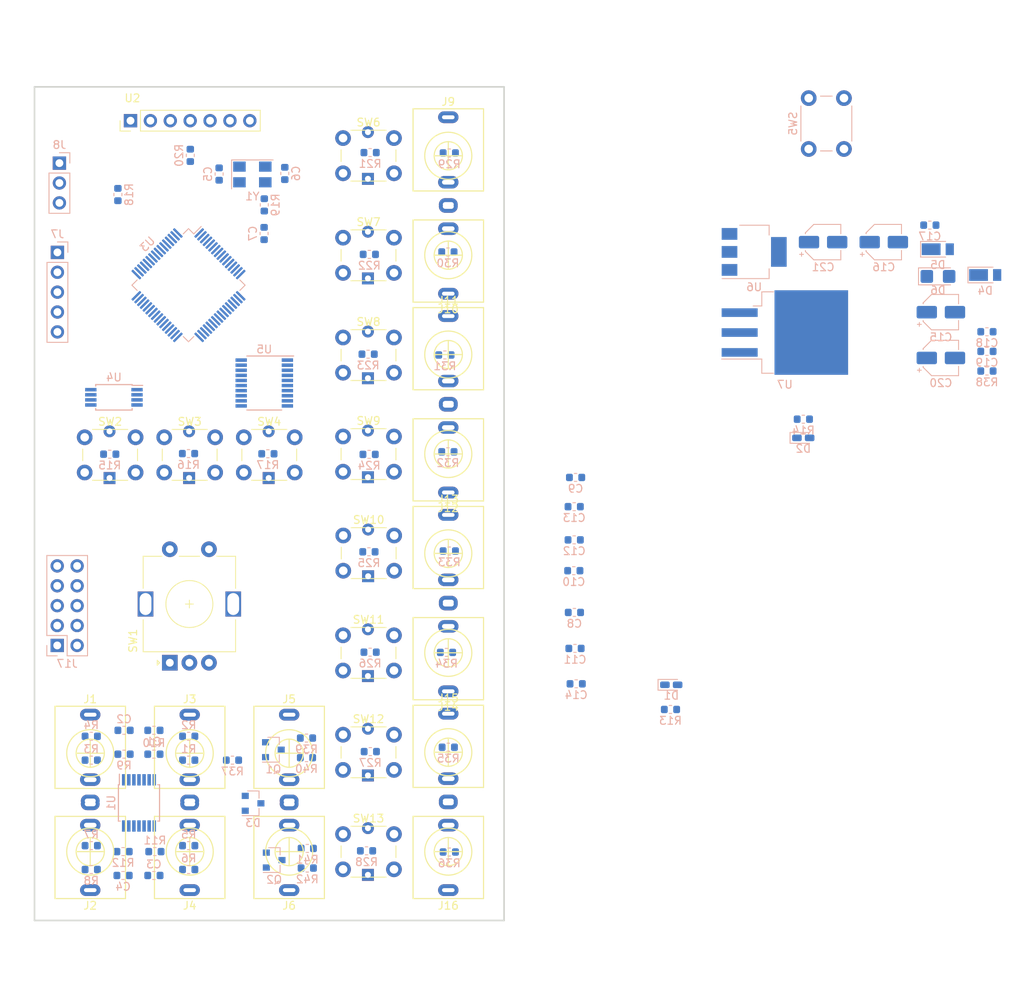
<source format=kicad_pcb>
(kicad_pcb (version 20171130) (host pcbnew "(5.1.0-0)")
  (layers (0 F.Cu signal) (31 B.Cu signal) (34 B.Paste user) (35 F.Paste user) (36 B.SilkS user) (37 F.SilkS user) (38 B.Mask user) (39 F.Mask user) (44 Edge.Cuts user))
  (net 0 "")
  (net 1 "Net-(C1-Pad2)")
  (net 2 PC0)
  (net 3 "Net-(C2-Pad2)")
  (net 4 PC1)
  (net 5 "Net-(C3-Pad2)")
  (net 6 PC2)
  (net 7 "Net-(C4-Pad2)")
  (net 8 PC3)
  (net 9 GND)
  (net 10 "Net-(C5-Pad1)")
  (net 11 "Net-(C6-Pad1)")
  (net 12 RESET)
  (net 13 +3.3VA)
  (net 14 +12V)
  (net 15 -12V)
  (net 16 +5V)
  (net 17 "Net-(D1-Pad2)")
  (net 18 "Net-(D2-Pad2)")
  (net 19 VRef-10)
  (net 20 "Net-(D4-Pad2)")
  (net 21 "Net-(D5-Pad1)")
  (net 22 "Net-(D6-Pad2)")
  (net 23 "Net-(J1-PadT)")
  (net 24 "Net-(J2-PadT)")
  (net 25 "Net-(J3-PadT)")
  (net 26 "Net-(J4-PadT)")
  (net 27 /DigitalIn/In)
  (net 28 /sheet5D7C6377/In)
  (net 29 SWDIO)
  (net 30 SWCLK)
  (net 31 "Net-(J8-Pad2)")
  (net 32 "Net-(J9-PadT)")
  (net 33 "Net-(J9-PadTN)")
  (net 34 "Net-(J10-PadT)")
  (net 35 "Net-(J10-PadTN)")
  (net 36 "Net-(J11-PadT)")
  (net 37 "Net-(J11-PadTN)")
  (net 38 "Net-(J12-PadT)")
  (net 39 "Net-(J12-PadTN)")
  (net 40 "Net-(J13-PadT)")
  (net 41 "Net-(J13-PadTN)")
  (net 42 "Net-(J14-PadT)")
  (net 43 "Net-(J14-PadTN)")
  (net 44 "Net-(J15-PadT)")
  (net 45 "Net-(J15-PadTN)")
  (net 46 "Net-(J16-PadT)")
  (net 47 "Net-(J16-PadTN)")
  (net 48 /DigitalIn/Trig)
  (net 49 "Net-(Q1-Pad1)")
  (net 50 /sheet5D7C6377/Trig)
  (net 51 "Net-(Q2-Pad1)")
  (net 52 3V3)
  (net 53 PA15)
  (net 54 "Net-(R15-Pad2)")
  (net 55 "Net-(R15-Pad1)")
  (net 56 "Net-(R16-Pad2)")
  (net 57 "Net-(R16-Pad1)")
  (net 58 "Net-(R17-Pad2)")
  (net 59 "Net-(R17-Pad1)")
  (net 60 "Net-(R18-Pad1)")
  (net 61 "Net-(R19-Pad1)")
  (net 62 "Net-(R20-Pad1)")
  (net 63 "Net-(R21-Pad2)")
  (net 64 "Net-(R21-Pad1)")
  (net 65 "Net-(R22-Pad2)")
  (net 66 "Net-(R22-Pad1)")
  (net 67 "Net-(R23-Pad2)")
  (net 68 "Net-(R23-Pad1)")
  (net 69 "Net-(R24-Pad2)")
  (net 70 "Net-(R24-Pad1)")
  (net 71 "Net-(R25-Pad2)")
  (net 72 "Net-(R25-Pad1)")
  (net 73 "Net-(R26-Pad2)")
  (net 74 "Net-(R26-Pad1)")
  (net 75 "Net-(R27-Pad2)")
  (net 76 "Net-(R27-Pad1)")
  (net 77 "Net-(R28-Pad2)")
  (net 78 "Net-(R28-Pad1)")
  (net 79 "Net-(R29-Pad2)")
  (net 80 "Net-(R30-Pad2)")
  (net 81 "Net-(R31-Pad2)")
  (net 82 "Net-(R32-Pad2)")
  (net 83 "Net-(R33-Pad2)")
  (net 84 "Net-(R34-Pad2)")
  (net 85 "Net-(R35-Pad2)")
  (net 86 "Net-(R36-Pad2)")
  (net 87 "Net-(SW1-PadS1)")
  (net 88 "Net-(SW2-Pad1)")
  (net 89 "Net-(SW3-Pad1)")
  (net 90 "Net-(SW4-Pad1)")
  (net 91 "Net-(SW6-Pad1)")
  (net 92 "Net-(SW7-Pad1)")
  (net 93 "Net-(SW8-Pad1)")
  (net 94 "Net-(SW9-Pad1)")
  (net 95 "Net-(SW10-Pad1)")
  (net 96 "Net-(SW11-Pad1)")
  (net 97 "Net-(SW12-Pad1)")
  (net 98 "Net-(SW13-Pad1)")
  (net 99 "Net-(U2-Pad7)")
  (net 100 "Net-(U2-Pad5)")
  (net 101 PB9)
  (net 102 PB8)
  (net 103 PB7)
  (net 104 PB6)
  (net 105 PB5)
  (net 106 PB4)
  (net 107 PB3)
  (net 108 PD2)
  (net 109 PC12)
  (net 110 PC11)
  (net 111 PC10)
  (net 112 PF7)
  (net 113 PF6)
  (net 114 PA12)
  (net 115 PA11)
  (net 116 PA10)
  (net 117 PA9)
  (net 118 PA8)
  (net 119 PC9)
  (net 120 PC8)
  (net 121 PC7)
  (net 122 PC6)
  (net 123 PB15)
  (net 124 PB14)
  (net 125 PB13)
  (net 126 PB12)
  (net 127 PB11)
  (net 128 PB10)
  (net 129 PB2)
  (net 130 PB1)
  (net 131 PB0)
  (net 132 PC5)
  (net 133 PC4)
  (net 134 PA7)
  (net 135 PA6)
  (net 136 PA5)
  (net 137 PA4)
  (net 138 PF5)
  (net 139 PF4)
  (net 140 PA3)
  (net 141 PA2)
  (net 142 PA1)
  (net 143 PA0)
  (net 144 PC15)
  (net 145 PC14)
  (net 146 PC13)
  (net 147 "Net-(U5-Pad17)")
  (net 148 "Net-(U5-Pad15)")
  (net 149 "Net-(U5-Pad13)")
  (net 150 "Net-(U5-Pad11)")
  (net 151 "Net-(U5-Pad8)")
  (net 152 "Net-(U5-Pad6)")
  (net 153 "Net-(U5-Pad4)")
  (net 154 "Net-(U5-Pad2)")
  (module Crystal:Crystal_SMD_5032-4Pin_5.0x3.2mm (layer B.Cu) (at 147.714 57.9376)
    (fp_text reference Y1 (at 0 2.8) (layer B.SilkS) (effects (justify mirror)))
    (fp_text value 8MHz)
    (pad 1 smd rect (at -1.65 -1) (size 1.6 1.3) (layers B.Cu B.Paste B.Mask) (net 10 "Net-(C5-Pad1)"))
    (pad 2 smd rect (at 1.65 -1) (size 1.6 1.3) (layers B.Cu B.Paste B.Mask) (net 9 GND))
    (pad 3 smd rect (at 1.65 1) (size 1.6 1.3) (layers B.Cu B.Paste B.Mask) (net 11 "Net-(C6-Pad1)"))
    (pad 4 smd rect (at -1.65 1) (size 1.6 1.3) (layers B.Cu B.Paste B.Mask) (net 9 GND))
  )
  (module Package_TO_SOT_SMD:TO-263-3_TabPin2 (layer B.Cu) (at 215.7144 78.1326)
    (fp_text reference U7 (at 0 6.65) (layer B.SilkS) (effects (justify mirror)))
    (fp_text value LM1117-3.3)
    (pad 1 smd rect (at -5.775 2.54) (size 4.6 1.1) (layers B.Cu B.Paste B.Mask) (net 9 GND))
    (pad 2 smd rect (at -5.775 0) (size 4.6 1.1) (layers B.Cu B.Paste B.Mask) (net 13 +3.3VA))
    (pad 3 smd rect (at -5.775 -2.54) (size 4.6 1.1) (layers B.Cu B.Paste B.Mask) (net 14 +12V))
    (pad 2 smd rect (at 3.375 0) (size 9.4 10.8) (layers B.Cu B.Mask) (net 13 +3.3VA))
  )
  (module Package_TO_SOT_SMD:SOT-223-3_TabPin2 (layer B.Cu) (at 211.7944 67.8326)
    (fp_text reference U6 (at 0 4.5) (layer B.SilkS) (effects (justify mirror)))
    (fp_text value L7805)
    (pad 2 smd rect (at 3.15 0) (size 2 3.8) (layers B.Cu B.Paste B.Mask) (net 9 GND))
    (pad 2 smd rect (at -3.15 0) (size 2 1.5) (layers B.Cu B.Paste B.Mask) (net 9 GND))
    (pad 3 smd rect (at -3.15 -2.3) (size 2 1.5) (layers B.Cu B.Paste B.Mask) (net 16 +5V))
    (pad 1 smd rect (at -3.15 2.3) (size 2 1.5) (layers B.Cu B.Paste B.Mask) (net 14 +12V))
  )
  (module Package_SO:TSSOP-20_4.4x6.5mm_P0.65mm (layer B.Cu) (at 149.238 84.5822 180)
    (fp_text reference U5 (at 0 4.3 180) (layer B.SilkS) (effects (justify mirror)))
    (fp_text value 74AHCT244)
    (pad 1 smd rect (at -2.95 2.925 180) (size 1.45 0.45) (layers B.Cu B.Paste B.Mask) (net 9 GND))
    (pad 2 smd rect (at -2.95 2.275 180) (size 1.45 0.45) (layers B.Cu B.Paste B.Mask) (net 154 "Net-(U5-Pad2)"))
    (pad 3 smd rect (at -2.95 1.625 180) (size 1.45 0.45) (layers B.Cu B.Paste B.Mask) (net 83 "Net-(R33-Pad2)"))
    (pad 4 smd rect (at -2.95 0.975 180) (size 1.45 0.45) (layers B.Cu B.Paste B.Mask) (net 153 "Net-(U5-Pad4)"))
    (pad 5 smd rect (at -2.95 0.325 180) (size 1.45 0.45) (layers B.Cu B.Paste B.Mask) (net 84 "Net-(R34-Pad2)"))
    (pad 6 smd rect (at -2.95 -0.325 180) (size 1.45 0.45) (layers B.Cu B.Paste B.Mask) (net 152 "Net-(U5-Pad6)"))
    (pad 7 smd rect (at -2.95 -0.975 180) (size 1.45 0.45) (layers B.Cu B.Paste B.Mask) (net 85 "Net-(R35-Pad2)"))
    (pad 8 smd rect (at -2.95 -1.625 180) (size 1.45 0.45) (layers B.Cu B.Paste B.Mask) (net 151 "Net-(U5-Pad8)"))
    (pad 9 smd rect (at -2.95 -2.275 180) (size 1.45 0.45) (layers B.Cu B.Paste B.Mask) (net 86 "Net-(R36-Pad2)"))
    (pad 10 smd rect (at -2.95 -2.925 180) (size 1.45 0.45) (layers B.Cu B.Paste B.Mask) (net 9 GND))
    (pad 11 smd rect (at 2.95 -2.925 180) (size 1.45 0.45) (layers B.Cu B.Paste B.Mask) (net 150 "Net-(U5-Pad11)"))
    (pad 12 smd rect (at 2.95 -2.275 180) (size 1.45 0.45) (layers B.Cu B.Paste B.Mask) (net 82 "Net-(R32-Pad2)"))
    (pad 13 smd rect (at 2.95 -1.625 180) (size 1.45 0.45) (layers B.Cu B.Paste B.Mask) (net 149 "Net-(U5-Pad13)"))
    (pad 14 smd rect (at 2.95 -0.975 180) (size 1.45 0.45) (layers B.Cu B.Paste B.Mask) (net 81 "Net-(R31-Pad2)"))
    (pad 15 smd rect (at 2.95 -0.325 180) (size 1.45 0.45) (layers B.Cu B.Paste B.Mask) (net 148 "Net-(U5-Pad15)"))
    (pad 16 smd rect (at 2.95 0.325 180) (size 1.45 0.45) (layers B.Cu B.Paste B.Mask) (net 80 "Net-(R30-Pad2)"))
    (pad 17 smd rect (at 2.95 0.975 180) (size 1.45 0.45) (layers B.Cu B.Paste B.Mask) (net 147 "Net-(U5-Pad17)"))
    (pad 18 smd rect (at 2.95 1.625 180) (size 1.45 0.45) (layers B.Cu B.Paste B.Mask) (net 79 "Net-(R29-Pad2)"))
    (pad 19 smd rect (at 2.95 2.275 180) (size 1.45 0.45) (layers B.Cu B.Paste B.Mask) (net 9 GND))
    (pad 20 smd rect (at 2.95 2.925 180) (size 1.45 0.45) (layers B.Cu B.Paste B.Mask) (net 16 +5V))
  )
  (module Package_SO:TSSOP-8_4.4x3mm_P0.65mm (layer B.Cu) (at 130.0356 86.411 180)
    (fp_text reference U4 (at 0 2.55 180) (layer B.SilkS) (effects (justify mirror)))
    (fp_text value AT25xxx)
    (pad 1 smd rect (at -2.95 0.975 180) (size 1.45 0.45) (layers B.Cu B.Paste B.Mask) (net 126 PB12))
    (pad 2 smd rect (at -2.95 0.325 180) (size 1.45 0.45) (layers B.Cu B.Paste B.Mask) (net 124 PB14))
    (pad 3 smd rect (at -2.95 -0.325 180) (size 1.45 0.45) (layers B.Cu B.Paste B.Mask) (net 13 +3.3VA))
    (pad 4 smd rect (at -2.95 -0.975 180) (size 1.45 0.45) (layers B.Cu B.Paste B.Mask) (net 9 GND))
    (pad 5 smd rect (at 2.95 -0.975 180) (size 1.45 0.45) (layers B.Cu B.Paste B.Mask) (net 123 PB15))
    (pad 6 smd rect (at 2.95 -0.325 180) (size 1.45 0.45) (layers B.Cu B.Paste B.Mask) (net 125 PB13))
    (pad 7 smd rect (at 2.95 0.325 180) (size 1.45 0.45) (layers B.Cu B.Paste B.Mask) (net 13 +3.3VA))
    (pad 8 smd rect (at 2.95 0.975 180) (size 1.45 0.45) (layers B.Cu B.Paste B.Mask) (net 13 +3.3VA))
  )
  (module Package_QFP:LQFP-64_10x10mm_P0.5mm (layer B.Cu) (at 139.5606 72.0854 225)
    (fp_text reference U3 (at 0 7.4 225) (layer B.SilkS) (effects (justify mirror)))
    (fp_text value STM32F051R8Tx)
    (pad 1 smd roundrect (at -5.675 3.75 225) (size 1.55 0.3) (layers B.Cu B.Paste B.Mask) (net 13 +3.3VA))
    (pad 2 smd roundrect (at -5.675 3.25 225) (size 1.55 0.3) (layers B.Cu B.Paste B.Mask) (net 146 PC13))
    (pad 3 smd roundrect (at -5.675 2.75 225) (size 1.55 0.3) (layers B.Cu B.Paste B.Mask) (net 145 PC14))
    (pad 4 smd roundrect (at -5.675 2.25 225) (size 1.55 0.3) (layers B.Cu B.Paste B.Mask) (net 144 PC15))
    (pad 5 smd roundrect (at -5.675 1.75 225) (size 1.55 0.3) (layers B.Cu B.Paste B.Mask) (net 10 "Net-(C5-Pad1)"))
    (pad 6 smd roundrect (at -5.675 1.25 225) (size 1.55 0.3) (layers B.Cu B.Paste B.Mask) (net 61 "Net-(R19-Pad1)"))
    (pad 7 smd roundrect (at -5.675 0.75 225) (size 1.55 0.3) (layers B.Cu B.Paste B.Mask) (net 12 RESET))
    (pad 8 smd roundrect (at -5.675 0.25 225) (size 1.55 0.3) (layers B.Cu B.Paste B.Mask) (net 2 PC0))
    (pad 9 smd roundrect (at -5.675 -0.25 225) (size 1.55 0.3) (layers B.Cu B.Paste B.Mask) (net 4 PC1))
    (pad 10 smd roundrect (at -5.675 -0.75 225) (size 1.55 0.3) (layers B.Cu B.Paste B.Mask) (net 6 PC2))
    (pad 11 smd roundrect (at -5.675 -1.25 225) (size 1.55 0.3) (layers B.Cu B.Paste B.Mask) (net 8 PC3))
    (pad 12 smd roundrect (at -5.675 -1.75 225) (size 1.55 0.3) (layers B.Cu B.Paste B.Mask) (net 9 GND))
    (pad 13 smd roundrect (at -5.675 -2.25 225) (size 1.55 0.3) (layers B.Cu B.Paste B.Mask) (net 13 +3.3VA))
    (pad 14 smd roundrect (at -5.675 -2.75 225) (size 1.55 0.3) (layers B.Cu B.Paste B.Mask) (net 143 PA0))
    (pad 15 smd roundrect (at -5.675 -3.25 225) (size 1.55 0.3) (layers B.Cu B.Paste B.Mask) (net 142 PA1))
    (pad 16 smd roundrect (at -5.675 -3.75 225) (size 1.55 0.3) (layers B.Cu B.Paste B.Mask) (net 141 PA2))
    (pad 17 smd roundrect (at -3.75 -5.675 225) (size 0.3 1.55) (layers B.Cu B.Paste B.Mask) (net 140 PA3))
    (pad 18 smd roundrect (at -3.25 -5.675 225) (size 0.3 1.55) (layers B.Cu B.Paste B.Mask) (net 139 PF4))
    (pad 19 smd roundrect (at -2.75 -5.675 225) (size 0.3 1.55) (layers B.Cu B.Paste B.Mask) (net 138 PF5))
    (pad 20 smd roundrect (at -2.25 -5.675 225) (size 0.3 1.55) (layers B.Cu B.Paste B.Mask) (net 137 PA4))
    (pad 21 smd roundrect (at -1.75 -5.675 225) (size 0.3 1.55) (layers B.Cu B.Paste B.Mask) (net 136 PA5))
    (pad 22 smd roundrect (at -1.25 -5.675 225) (size 0.3 1.55) (layers B.Cu B.Paste B.Mask) (net 135 PA6))
    (pad 23 smd roundrect (at -0.75 -5.675 225) (size 0.3 1.55) (layers B.Cu B.Paste B.Mask) (net 134 PA7))
    (pad 24 smd roundrect (at -0.25 -5.675 225) (size 0.3 1.55) (layers B.Cu B.Paste B.Mask) (net 133 PC4))
    (pad 25 smd roundrect (at 0.25 -5.675 225) (size 0.3 1.55) (layers B.Cu B.Paste B.Mask) (net 132 PC5))
    (pad 26 smd roundrect (at 0.75 -5.675 225) (size 0.3 1.55) (layers B.Cu B.Paste B.Mask) (net 131 PB0))
    (pad 27 smd roundrect (at 1.25 -5.675 225) (size 0.3 1.55) (layers B.Cu B.Paste B.Mask) (net 130 PB1))
    (pad 28 smd roundrect (at 1.75 -5.675 225) (size 0.3 1.55) (layers B.Cu B.Paste B.Mask) (net 129 PB2))
    (pad 29 smd roundrect (at 2.25 -5.675 225) (size 0.3 1.55) (layers B.Cu B.Paste B.Mask) (net 128 PB10))
    (pad 30 smd roundrect (at 2.75 -5.675 225) (size 0.3 1.55) (layers B.Cu B.Paste B.Mask) (net 127 PB11))
    (pad 31 smd roundrect (at 3.25 -5.675 225) (size 0.3 1.55) (layers B.Cu B.Paste B.Mask) (net 9 GND))
    (pad 32 smd roundrect (at 3.75 -5.675 225) (size 0.3 1.55) (layers B.Cu B.Paste B.Mask) (net 13 +3.3VA))
    (pad 33 smd roundrect (at 5.675 -3.75 225) (size 1.55 0.3) (layers B.Cu B.Paste B.Mask) (net 126 PB12))
    (pad 34 smd roundrect (at 5.675 -3.25 225) (size 1.55 0.3) (layers B.Cu B.Paste B.Mask) (net 125 PB13))
    (pad 35 smd roundrect (at 5.675 -2.75 225) (size 1.55 0.3) (layers B.Cu B.Paste B.Mask) (net 124 PB14))
    (pad 36 smd roundrect (at 5.675 -2.25 225) (size 1.55 0.3) (layers B.Cu B.Paste B.Mask) (net 123 PB15))
    (pad 37 smd roundrect (at 5.675 -1.75 225) (size 1.55 0.3) (layers B.Cu B.Paste B.Mask) (net 122 PC6))
    (pad 38 smd roundrect (at 5.675 -1.25 225) (size 1.55 0.3) (layers B.Cu B.Paste B.Mask) (net 121 PC7))
    (pad 39 smd roundrect (at 5.675 -0.75 225) (size 1.55 0.3) (layers B.Cu B.Paste B.Mask) (net 120 PC8))
    (pad 40 smd roundrect (at 5.675 -0.25 225) (size 1.55 0.3) (layers B.Cu B.Paste B.Mask) (net 119 PC9))
    (pad 41 smd roundrect (at 5.675 0.25 225) (size 1.55 0.3) (layers B.Cu B.Paste B.Mask) (net 118 PA8))
    (pad 42 smd roundrect (at 5.675 0.75 225) (size 1.55 0.3) (layers B.Cu B.Paste B.Mask) (net 117 PA9))
    (pad 43 smd roundrect (at 5.675 1.25 225) (size 1.55 0.3) (layers B.Cu B.Paste B.Mask) (net 116 PA10))
    (pad 44 smd roundrect (at 5.675 1.75 225) (size 1.55 0.3) (layers B.Cu B.Paste B.Mask) (net 115 PA11))
    (pad 45 smd roundrect (at 5.675 2.25 225) (size 1.55 0.3) (layers B.Cu B.Paste B.Mask) (net 114 PA12))
    (pad 46 smd roundrect (at 5.675 2.75 225) (size 1.55 0.3) (layers B.Cu B.Paste B.Mask) (net 29 SWDIO))
    (pad 47 smd roundrect (at 5.675 3.25 225) (size 1.55 0.3) (layers B.Cu B.Paste B.Mask) (net 113 PF6))
    (pad 48 smd roundrect (at 5.675 3.75 225) (size 1.55 0.3) (layers B.Cu B.Paste B.Mask) (net 112 PF7))
    (pad 49 smd roundrect (at 3.75 5.675 225) (size 0.3 1.55) (layers B.Cu B.Paste B.Mask) (net 30 SWCLK))
    (pad 50 smd roundrect (at 3.25 5.675 225) (size 0.3 1.55) (layers B.Cu B.Paste B.Mask) (net 53 PA15))
    (pad 51 smd roundrect (at 2.75 5.675 225) (size 0.3 1.55) (layers B.Cu B.Paste B.Mask) (net 111 PC10))
    (pad 52 smd roundrect (at 2.25 5.675 225) (size 0.3 1.55) (layers B.Cu B.Paste B.Mask) (net 110 PC11))
    (pad 53 smd roundrect (at 1.75 5.675 225) (size 0.3 1.55) (layers B.Cu B.Paste B.Mask) (net 109 PC12))
    (pad 54 smd roundrect (at 1.25 5.675 225) (size 0.3 1.55) (layers B.Cu B.Paste B.Mask) (net 108 PD2))
    (pad 55 smd roundrect (at 0.75 5.675 225) (size 0.3 1.55) (layers B.Cu B.Paste B.Mask) (net 107 PB3))
    (pad 56 smd roundrect (at 0.25 5.675 225) (size 0.3 1.55) (layers B.Cu B.Paste B.Mask) (net 106 PB4))
    (pad 57 smd roundrect (at -0.25 5.675 225) (size 0.3 1.55) (layers B.Cu B.Paste B.Mask) (net 105 PB5))
    (pad 58 smd roundrect (at -0.75 5.675 225) (size 0.3 1.55) (layers B.Cu B.Paste B.Mask) (net 104 PB6))
    (pad 59 smd roundrect (at -1.25 5.675 225) (size 0.3 1.55) (layers B.Cu B.Paste B.Mask) (net 103 PB7))
    (pad 60 smd roundrect (at -1.75 5.675 225) (size 0.3 1.55) (layers B.Cu B.Paste B.Mask) (net 60 "Net-(R18-Pad1)"))
    (pad 61 smd roundrect (at -2.25 5.675 225) (size 0.3 1.55) (layers B.Cu B.Paste B.Mask) (net 102 PB8))
    (pad 62 smd roundrect (at -2.75 5.675 225) (size 0.3 1.55) (layers B.Cu B.Paste B.Mask) (net 101 PB9))
    (pad 63 smd roundrect (at -3.25 5.675 225) (size 0.3 1.55) (layers B.Cu B.Paste B.Mask) (net 9 GND))
    (pad 64 smd roundrect (at -3.75 5.675 225) (size 0.3 1.55) (layers B.Cu B.Paste B.Mask) (net 13 +3.3VA))
  )
  (module Local.pretty:IPS240x240 (layer F.Cu) (at 139.7638 69.1898)
    (fp_text reference U2 (at -7.366 -20.99818 180) (layer F.SilkS))
    (fp_text value IPS240x240)
    (pad 1 thru_hole rect (at -7.60984 -18.12036 90) (size 1.7 1.7) (drill 1) (layers *.Cu *.Mask) (net 9 GND))
    (pad 2 thru_hole oval (at -5.06984 -18.12036 90) (size 1.7 1.7) (drill 1) (layers *.Cu *.Mask) (net 13 +3.3VA))
    (pad 3 thru_hole oval (at -2.52984 -18.12036 90) (size 1.7 1.7) (drill 1) (layers *.Cu *.Mask) (net 107 PB3))
    (pad 4 thru_hole oval (at 0.01016 -18.12036 90) (size 1.7 1.7) (drill 1) (layers *.Cu *.Mask) (net 62 "Net-(R20-Pad1)"))
    (pad 5 thru_hole oval (at 2.55016 -18.12036 90) (size 1.7 1.7) (drill 1) (layers *.Cu *.Mask) (net 100 "Net-(U2-Pad5)"))
    (pad 6 thru_hole oval (at 5.09016 -18.12036 90) (size 1.7 1.7) (drill 1) (layers *.Cu *.Mask) (net 106 PB4))
    (pad 7 thru_hole oval (at 7.63016 -18.12036 90) (size 1.7 1.7) (drill 1) (layers *.Cu *.Mask) (net 99 "Net-(U2-Pad7)"))
  )
  (module Package_SO:TSSOP-14_4.4x5mm_P0.65mm (layer B.Cu) (at 133.236 138.227 270)
    (fp_text reference U1 (at 0 3.55 270) (layer B.SilkS) (effects (justify mirror)))
    (fp_text value MCP6004)
    (pad 1 smd rect (at -2.95 1.95 270) (size 1.45 0.45) (layers B.Cu B.Paste B.Mask) (net 133 PC4))
    (pad 2 smd rect (at -2.95 1.3 270) (size 1.45 0.45) (layers B.Cu B.Paste B.Mask) (net 1 "Net-(C1-Pad2)"))
    (pad 3 smd rect (at -2.95 0.65 270) (size 1.45 0.45) (layers B.Cu B.Paste B.Mask) (net 9 GND))
    (pad 4 smd rect (at -2.95 0 270) (size 1.45 0.45) (layers B.Cu B.Paste B.Mask) (net 13 +3.3VA))
    (pad 5 smd rect (at -2.95 -0.65 270) (size 1.45 0.45) (layers B.Cu B.Paste B.Mask) (net 9 GND))
    (pad 6 smd rect (at -2.95 -1.3 270) (size 1.45 0.45) (layers B.Cu B.Paste B.Mask) (net 3 "Net-(C2-Pad2)"))
    (pad 7 smd rect (at -2.95 -1.95 270) (size 1.45 0.45) (layers B.Cu B.Paste B.Mask) (net 132 PC5))
    (pad 8 smd rect (at 2.95 -1.95 270) (size 1.45 0.45) (layers B.Cu B.Paste B.Mask) (net 131 PB0))
    (pad 9 smd rect (at 2.95 -1.3 270) (size 1.45 0.45) (layers B.Cu B.Paste B.Mask) (net 5 "Net-(C3-Pad2)"))
    (pad 10 smd rect (at 2.95 -0.65 270) (size 1.45 0.45) (layers B.Cu B.Paste B.Mask) (net 9 GND))
    (pad 11 smd rect (at 2.95 0 270) (size 1.45 0.45) (layers B.Cu B.Paste B.Mask) (net 9 GND))
    (pad 12 smd rect (at 2.95 0.65 270) (size 1.45 0.45) (layers B.Cu B.Paste B.Mask) (net 9 GND))
    (pad 13 smd rect (at 2.95 1.3 270) (size 1.45 0.45) (layers B.Cu B.Paste B.Mask) (net 7 "Net-(C4-Pad2)"))
    (pad 14 smd rect (at 2.95 1.95 270) (size 1.45 0.45) (layers B.Cu B.Paste B.Mask) (net 130 PB1))
  )
  (module Local.pretty:SW_PUSH_LED_6mm (layer F.Cu) (at 162.4714 144.5008)
    (fp_text reference SW13 (at 0.075 -4.286) (layer F.SilkS))
    (fp_text value SW_Push_LED)
    (pad 2 thru_hole circle (at -3.175 2.214 90) (size 2 2) (drill 1.1) (layers *.Cu *.Mask) (net 9 GND))
    (pad 1 thru_hole circle (at -3.175 -2.286 90) (size 2 2) (drill 1.1) (layers *.Cu *.Mask) (net 98 "Net-(SW13-Pad1)"))
    (pad 2 thru_hole circle (at 3.325 2.214 90) (size 2 2) (drill 1.1) (layers *.Cu *.Mask) (net 9 GND))
    (pad 1 thru_hole circle (at 3.325 -2.286 90) (size 2 2) (drill 1.1) (layers *.Cu *.Mask) (net 98 "Net-(SW13-Pad1)"))
    (pad 3 thru_hole circle (at 0 -3.048) (size 1.524 1.524) (drill 0.762) (layers *.Cu *.Mask) (net 78 "Net-(R28-Pad1)"))
    (pad 4 thru_hole rect (at 0 2.921) (size 1.524 1.524) (drill 0.762) (layers *.Cu *.Mask) (net 9 GND))
  )
  (module Local.pretty:SW_PUSH_LED_6mm (layer F.Cu) (at 162.4714 131.8008)
    (fp_text reference SW12 (at 0.075 -4.286) (layer F.SilkS))
    (fp_text value SW_Push_LED)
    (pad 2 thru_hole circle (at -3.175 2.214 90) (size 2 2) (drill 1.1) (layers *.Cu *.Mask) (net 9 GND))
    (pad 1 thru_hole circle (at -3.175 -2.286 90) (size 2 2) (drill 1.1) (layers *.Cu *.Mask) (net 97 "Net-(SW12-Pad1)"))
    (pad 2 thru_hole circle (at 3.325 2.214 90) (size 2 2) (drill 1.1) (layers *.Cu *.Mask) (net 9 GND))
    (pad 1 thru_hole circle (at 3.325 -2.286 90) (size 2 2) (drill 1.1) (layers *.Cu *.Mask) (net 97 "Net-(SW12-Pad1)"))
    (pad 3 thru_hole circle (at 0 -3.048) (size 1.524 1.524) (drill 0.762) (layers *.Cu *.Mask) (net 76 "Net-(R27-Pad1)"))
    (pad 4 thru_hole rect (at 0 2.921) (size 1.524 1.524) (drill 0.762) (layers *.Cu *.Mask) (net 9 GND))
  )
  (module Local.pretty:SW_PUSH_LED_6mm (layer F.Cu) (at 162.4714 119.1008)
    (fp_text reference SW11 (at 0.075 -4.286) (layer F.SilkS))
    (fp_text value SW_Push_LED)
    (pad 2 thru_hole circle (at -3.175 2.214 90) (size 2 2) (drill 1.1) (layers *.Cu *.Mask) (net 9 GND))
    (pad 1 thru_hole circle (at -3.175 -2.286 90) (size 2 2) (drill 1.1) (layers *.Cu *.Mask) (net 96 "Net-(SW11-Pad1)"))
    (pad 2 thru_hole circle (at 3.325 2.214 90) (size 2 2) (drill 1.1) (layers *.Cu *.Mask) (net 9 GND))
    (pad 1 thru_hole circle (at 3.325 -2.286 90) (size 2 2) (drill 1.1) (layers *.Cu *.Mask) (net 96 "Net-(SW11-Pad1)"))
    (pad 3 thru_hole circle (at 0 -3.048) (size 1.524 1.524) (drill 0.762) (layers *.Cu *.Mask) (net 74 "Net-(R26-Pad1)"))
    (pad 4 thru_hole rect (at 0 2.921) (size 1.524 1.524) (drill 0.762) (layers *.Cu *.Mask) (net 9 GND))
  )
  (module Local.pretty:SW_PUSH_LED_6mm (layer F.Cu) (at 162.4968 106.35)
    (fp_text reference SW10 (at 0.075 -4.286) (layer F.SilkS))
    (fp_text value SW_Push_LED)
    (pad 2 thru_hole circle (at -3.175 2.214 90) (size 2 2) (drill 1.1) (layers *.Cu *.Mask) (net 9 GND))
    (pad 1 thru_hole circle (at -3.175 -2.286 90) (size 2 2) (drill 1.1) (layers *.Cu *.Mask) (net 95 "Net-(SW10-Pad1)"))
    (pad 2 thru_hole circle (at 3.325 2.214 90) (size 2 2) (drill 1.1) (layers *.Cu *.Mask) (net 9 GND))
    (pad 1 thru_hole circle (at 3.325 -2.286 90) (size 2 2) (drill 1.1) (layers *.Cu *.Mask) (net 95 "Net-(SW10-Pad1)"))
    (pad 3 thru_hole circle (at 0 -3.048) (size 1.524 1.524) (drill 0.762) (layers *.Cu *.Mask) (net 72 "Net-(R25-Pad1)"))
    (pad 4 thru_hole rect (at 0 2.921) (size 1.524 1.524) (drill 0.762) (layers *.Cu *.Mask) (net 9 GND))
  )
  (module Local.pretty:SW_PUSH_LED_6mm (layer F.Cu) (at 162.4714 93.7008)
    (fp_text reference SW9 (at 0.075 -4.286) (layer F.SilkS))
    (fp_text value SW_Push_LED)
    (pad 2 thru_hole circle (at -3.175 2.214 90) (size 2 2) (drill 1.1) (layers *.Cu *.Mask) (net 9 GND))
    (pad 1 thru_hole circle (at -3.175 -2.286 90) (size 2 2) (drill 1.1) (layers *.Cu *.Mask) (net 94 "Net-(SW9-Pad1)"))
    (pad 2 thru_hole circle (at 3.325 2.214 90) (size 2 2) (drill 1.1) (layers *.Cu *.Mask) (net 9 GND))
    (pad 1 thru_hole circle (at 3.325 -2.286 90) (size 2 2) (drill 1.1) (layers *.Cu *.Mask) (net 94 "Net-(SW9-Pad1)"))
    (pad 3 thru_hole circle (at 0 -3.048) (size 1.524 1.524) (drill 0.762) (layers *.Cu *.Mask) (net 70 "Net-(R24-Pad1)"))
    (pad 4 thru_hole rect (at 0 2.921) (size 1.524 1.524) (drill 0.762) (layers *.Cu *.Mask) (net 9 GND))
  )
  (module Local.pretty:SW_PUSH_LED_6mm (layer F.Cu) (at 162.4714 81.0516)
    (fp_text reference SW8 (at 0.075 -4.286) (layer F.SilkS))
    (fp_text value SW_Push_LED)
    (pad 2 thru_hole circle (at -3.175 2.214 90) (size 2 2) (drill 1.1) (layers *.Cu *.Mask) (net 9 GND))
    (pad 1 thru_hole circle (at -3.175 -2.286 90) (size 2 2) (drill 1.1) (layers *.Cu *.Mask) (net 93 "Net-(SW8-Pad1)"))
    (pad 2 thru_hole circle (at 3.325 2.214 90) (size 2 2) (drill 1.1) (layers *.Cu *.Mask) (net 9 GND))
    (pad 1 thru_hole circle (at 3.325 -2.286 90) (size 2 2) (drill 1.1) (layers *.Cu *.Mask) (net 93 "Net-(SW8-Pad1)"))
    (pad 3 thru_hole circle (at 0 -3.048) (size 1.524 1.524) (drill 0.762) (layers *.Cu *.Mask) (net 68 "Net-(R23-Pad1)"))
    (pad 4 thru_hole rect (at 0 2.921) (size 1.524 1.524) (drill 0.762) (layers *.Cu *.Mask) (net 9 GND))
  )
  (module Local.pretty:SW_PUSH_LED_6mm (layer F.Cu) (at 162.4714 68.3008)
    (fp_text reference SW7 (at 0.075 -4.286) (layer F.SilkS))
    (fp_text value SW_Push_LED)
    (pad 2 thru_hole circle (at -3.175 2.214 90) (size 2 2) (drill 1.1) (layers *.Cu *.Mask) (net 9 GND))
    (pad 1 thru_hole circle (at -3.175 -2.286 90) (size 2 2) (drill 1.1) (layers *.Cu *.Mask) (net 92 "Net-(SW7-Pad1)"))
    (pad 2 thru_hole circle (at 3.325 2.214 90) (size 2 2) (drill 1.1) (layers *.Cu *.Mask) (net 9 GND))
    (pad 1 thru_hole circle (at 3.325 -2.286 90) (size 2 2) (drill 1.1) (layers *.Cu *.Mask) (net 92 "Net-(SW7-Pad1)"))
    (pad 3 thru_hole circle (at 0 -3.048) (size 1.524 1.524) (drill 0.762) (layers *.Cu *.Mask) (net 66 "Net-(R22-Pad1)"))
    (pad 4 thru_hole rect (at 0 2.921) (size 1.524 1.524) (drill 0.762) (layers *.Cu *.Mask) (net 9 GND))
  )
  (module Local.pretty:SW_PUSH_LED_6mm (layer F.Cu) (at 162.4714 55.5754)
    (fp_text reference SW6 (at 0.075 -4.286) (layer F.SilkS))
    (fp_text value SW_Push_LED)
    (pad 2 thru_hole circle (at -3.175 2.214 90) (size 2 2) (drill 1.1) (layers *.Cu *.Mask) (net 9 GND))
    (pad 1 thru_hole circle (at -3.175 -2.286 90) (size 2 2) (drill 1.1) (layers *.Cu *.Mask) (net 91 "Net-(SW6-Pad1)"))
    (pad 2 thru_hole circle (at 3.325 2.214 90) (size 2 2) (drill 1.1) (layers *.Cu *.Mask) (net 9 GND))
    (pad 1 thru_hole circle (at 3.325 -2.286 90) (size 2 2) (drill 1.1) (layers *.Cu *.Mask) (net 91 "Net-(SW6-Pad1)"))
    (pad 3 thru_hole circle (at 0 -3.048) (size 1.524 1.524) (drill 0.762) (layers *.Cu *.Mask) (net 64 "Net-(R21-Pad1)"))
    (pad 4 thru_hole rect (at 0 2.921) (size 1.524 1.524) (drill 0.762) (layers *.Cu *.Mask) (net 9 GND))
  )
  (module Button_Switch_THT:SW_PUSH_6mm (layer B.Cu) (at 218.7578 48.184 270)
    (fp_text reference SW5 (at 3.25 2 270) (layer B.SilkS) (effects (justify mirror)))
    (fp_text value SW_Push)
    (pad 2 thru_hole circle (at 0 -4.5 180) (size 2 2) (drill 1.1) (layers *.Cu *.Mask) (net 12 RESET))
    (pad 1 thru_hole circle (at 0 0 180) (size 2 2) (drill 1.1) (layers *.Cu *.Mask) (net 9 GND))
    (pad 2 thru_hole circle (at 6.5 -4.5 180) (size 2 2) (drill 1.1) (layers *.Cu *.Mask) (net 12 RESET))
    (pad 1 thru_hole circle (at 6.5 0 180) (size 2 2) (drill 1.1) (layers *.Cu *.Mask) (net 9 GND))
  )
  (module Local.pretty:SW_PUSH_LED_6mm (layer F.Cu) (at 149.7968 93.8024)
    (fp_text reference SW4 (at 0.075 -4.286) (layer F.SilkS))
    (fp_text value SW_Push_LED)
    (pad 2 thru_hole circle (at -3.175 2.214 90) (size 2 2) (drill 1.1) (layers *.Cu *.Mask) (net 9 GND))
    (pad 1 thru_hole circle (at -3.175 -2.286 90) (size 2 2) (drill 1.1) (layers *.Cu *.Mask) (net 90 "Net-(SW4-Pad1)"))
    (pad 2 thru_hole circle (at 3.325 2.214 90) (size 2 2) (drill 1.1) (layers *.Cu *.Mask) (net 9 GND))
    (pad 1 thru_hole circle (at 3.325 -2.286 90) (size 2 2) (drill 1.1) (layers *.Cu *.Mask) (net 90 "Net-(SW4-Pad1)"))
    (pad 3 thru_hole circle (at 0 -3.048) (size 1.524 1.524) (drill 0.762) (layers *.Cu *.Mask) (net 59 "Net-(R17-Pad1)"))
    (pad 4 thru_hole rect (at 0 2.921) (size 1.524 1.524) (drill 0.762) (layers *.Cu *.Mask) (net 9 GND))
  )
  (module Local.pretty:SW_PUSH_LED_6mm (layer F.Cu) (at 139.6368 93.8024)
    (fp_text reference SW3 (at 0.075 -4.286) (layer F.SilkS))
    (fp_text value SW_Push_LED)
    (pad 2 thru_hole circle (at -3.175 2.214 90) (size 2 2) (drill 1.1) (layers *.Cu *.Mask) (net 9 GND))
    (pad 1 thru_hole circle (at -3.175 -2.286 90) (size 2 2) (drill 1.1) (layers *.Cu *.Mask) (net 89 "Net-(SW3-Pad1)"))
    (pad 2 thru_hole circle (at 3.325 2.214 90) (size 2 2) (drill 1.1) (layers *.Cu *.Mask) (net 9 GND))
    (pad 1 thru_hole circle (at 3.325 -2.286 90) (size 2 2) (drill 1.1) (layers *.Cu *.Mask) (net 89 "Net-(SW3-Pad1)"))
    (pad 3 thru_hole circle (at 0 -3.048) (size 1.524 1.524) (drill 0.762) (layers *.Cu *.Mask) (net 57 "Net-(R16-Pad1)"))
    (pad 4 thru_hole rect (at 0 2.921) (size 1.524 1.524) (drill 0.762) (layers *.Cu *.Mask) (net 9 GND))
  )
  (module Local.pretty:SW_PUSH_LED_6mm (layer F.Cu) (at 129.4768 93.8024)
    (fp_text reference SW2 (at 0.075 -4.286) (layer F.SilkS))
    (fp_text value SW_Push_LED)
    (pad 2 thru_hole circle (at -3.175 2.214 90) (size 2 2) (drill 1.1) (layers *.Cu *.Mask) (net 9 GND))
    (pad 1 thru_hole circle (at -3.175 -2.286 90) (size 2 2) (drill 1.1) (layers *.Cu *.Mask) (net 88 "Net-(SW2-Pad1)"))
    (pad 2 thru_hole circle (at 3.325 2.214 90) (size 2 2) (drill 1.1) (layers *.Cu *.Mask) (net 9 GND))
    (pad 1 thru_hole circle (at 3.325 -2.286 90) (size 2 2) (drill 1.1) (layers *.Cu *.Mask) (net 88 "Net-(SW2-Pad1)"))
    (pad 3 thru_hole circle (at 0 -3.048) (size 1.524 1.524) (drill 0.762) (layers *.Cu *.Mask) (net 55 "Net-(R15-Pad1)"))
    (pad 4 thru_hole rect (at 0 2.921) (size 1.524 1.524) (drill 0.762) (layers *.Cu *.Mask) (net 9 GND))
  )
  (module Rotary_Encoder:RotaryEncoder_Alps_EC11E-Switch_Vertical_H20mm (layer F.Cu) (at 137.173 120.32 90)
    (fp_text reference SW1 (at 2.8 -4.7 90) (layer F.SilkS))
    (fp_text value Rotary_Encoder_Switch)
    (pad S1 thru_hole circle (at 14.5 5 90) (size 2 2) (drill 1) (layers *.Cu *.Mask) (net 87 "Net-(SW1-PadS1)"))
    (pad S2 thru_hole circle (at 14.5 0 90) (size 2 2) (drill 1) (layers *.Cu *.Mask) (net 9 GND))
    (pad MP thru_hole rect (at 7.5 8.1 90) (size 3.2 2) (drill oval 2.8 1.5) (layers *.Cu *.Mask))
    (pad MP thru_hole rect (at 7.5 -3.1 90) (size 3.2 2) (drill oval 2.8 1.5) (layers *.Cu *.Mask))
    (pad B thru_hole circle (at 0 5 90) (size 2 2) (drill 1) (layers *.Cu *.Mask) (net 135 PA6))
    (pad C thru_hole circle (at 0 2.5 90) (size 2 2) (drill 1) (layers *.Cu *.Mask) (net 9 GND))
    (pad A thru_hole rect (at 0 0 90) (size 2 2) (drill 1) (layers *.Cu *.Mask) (net 134 PA7))
  )
  (module Resistor_SMD:R_0603_1608Metric (layer B.Cu) (at 154.7268 146.5526)
    (fp_text reference R42 (at 0 1.43) (layer B.SilkS) (effects (justify mirror)))
    (fp_text value 10k)
    (pad 1 smd roundrect (at -0.7875 0) (size 0.875 0.95) (layers B.Cu B.Paste B.Mask) (net 16 +5V))
    (pad 2 smd roundrect (at 0.7875 0) (size 0.875 0.95) (layers B.Cu B.Paste B.Mask) (net 50 /sheet5D7C6377/Trig))
  )
  (module Resistor_SMD:R_0603_1608Metric (layer B.Cu) (at 154.7268 144.0426)
    (fp_text reference R41 (at 0 1.43) (layer B.SilkS) (effects (justify mirror)))
    (fp_text value 100k)
    (pad 1 smd roundrect (at -0.7875 0) (size 0.875 0.95) (layers B.Cu B.Paste B.Mask) (net 28 /sheet5D7C6377/In))
    (pad 2 smd roundrect (at 0.7875 0) (size 0.875 0.95) (layers B.Cu B.Paste B.Mask) (net 51 "Net-(Q2-Pad1)"))
  )
  (module Resistor_SMD:R_0603_1608Metric (layer B.Cu) (at 154.6264 132.4516)
    (fp_text reference R40 (at 0 1.43) (layer B.SilkS) (effects (justify mirror)))
    (fp_text value 10k)
    (pad 1 smd roundrect (at -0.7875 0) (size 0.875 0.95) (layers B.Cu B.Paste B.Mask) (net 16 +5V))
    (pad 2 smd roundrect (at 0.7875 0) (size 0.875 0.95) (layers B.Cu B.Paste B.Mask) (net 48 /DigitalIn/Trig))
  )
  (module Resistor_SMD:R_0603_1608Metric (layer B.Cu) (at 154.6264 129.9416)
    (fp_text reference R39 (at 0 1.43) (layer B.SilkS) (effects (justify mirror)))
    (fp_text value 100k)
    (pad 1 smd roundrect (at -0.7875 0) (size 0.875 0.95) (layers B.Cu B.Paste B.Mask) (net 27 /DigitalIn/In))
    (pad 2 smd roundrect (at 0.7875 0) (size 0.875 0.95) (layers B.Cu B.Paste B.Mask) (net 49 "Net-(Q1-Pad1)"))
  )
  (module Resistor_SMD:R_0603_1608Metric (layer B.Cu) (at 241.5144 83.0526)
    (fp_text reference R38 (at 0 1.43) (layer B.SilkS) (effects (justify mirror)))
    (fp_text value 330)
    (pad 1 smd roundrect (at -0.7875 0) (size 0.875 0.95) (layers B.Cu B.Paste B.Mask) (net 16 +5V))
    (pad 2 smd roundrect (at 0.7875 0) (size 0.875 0.95) (layers B.Cu B.Paste B.Mask) (net 22 "Net-(D6-Pad2)"))
  )
  (module Resistor_SMD:R_0603_1608Metric (layer B.Cu) (at 145.174 132.766)
    (fp_text reference R37 (at 0 1.43) (layer B.SilkS) (effects (justify mirror)))
    (fp_text value 2k2)
    (pad 1 smd roundrect (at -0.7875 0) (size 0.875 0.95) (layers B.Cu B.Paste B.Mask) (net 15 -12V))
    (pad 2 smd roundrect (at 0.7875 0) (size 0.875 0.95) (layers B.Cu B.Paste B.Mask) (net 19 VRef-10))
  )
  (module Resistor_SMD:R_0603_1608Metric (layer B.Cu) (at 172.86 144.5008)
    (fp_text reference R36 (at 0 1.43) (layer B.SilkS) (effects (justify mirror)))
    (fp_text value 1k)
    (pad 1 smd roundrect (at -0.7875 0) (size 0.875 0.95) (layers B.Cu B.Paste B.Mask) (net 46 "Net-(J16-PadT)"))
    (pad 2 smd roundrect (at 0.7875 0) (size 0.875 0.95) (layers B.Cu B.Paste B.Mask) (net 86 "Net-(R36-Pad2)"))
  )
  (module Resistor_SMD:R_0603_1608Metric (layer B.Cu) (at 172.733 131.115)
    (fp_text reference R35 (at 0 1.43) (layer B.SilkS) (effects (justify mirror)))
    (fp_text value 1k)
    (pad 1 smd roundrect (at -0.7875 0) (size 0.875 0.95) (layers B.Cu B.Paste B.Mask) (net 44 "Net-(J15-PadT)"))
    (pad 2 smd roundrect (at 0.7875 0) (size 0.875 0.95) (layers B.Cu B.Paste B.Mask) (net 85 "Net-(R35-Pad2)"))
  )
  (module Resistor_SMD:R_0603_1608Metric (layer B.Cu) (at 172.5044 118.9992)
    (fp_text reference R34 (at 0 1.43) (layer B.SilkS) (effects (justify mirror)))
    (fp_text value 1k)
    (pad 1 smd roundrect (at -0.7875 0) (size 0.875 0.95) (layers B.Cu B.Paste B.Mask) (net 42 "Net-(J14-PadT)"))
    (pad 2 smd roundrect (at 0.7875 0) (size 0.875 0.95) (layers B.Cu B.Paste B.Mask) (net 84 "Net-(R34-Pad2)"))
  )
  (module Resistor_SMD:R_0603_1608Metric (layer B.Cu) (at 172.86 106.0452)
    (fp_text reference R33 (at 0 1.43) (layer B.SilkS) (effects (justify mirror)))
    (fp_text value 1k)
    (pad 1 smd roundrect (at -0.7875 0) (size 0.875 0.95) (layers B.Cu B.Paste B.Mask) (net 40 "Net-(J13-PadT)"))
    (pad 2 smd roundrect (at 0.7875 0) (size 0.875 0.95) (layers B.Cu B.Paste B.Mask) (net 83 "Net-(R33-Pad2)"))
  )
  (module Resistor_SMD:R_0603_1608Metric (layer B.Cu) (at 172.6822 93.3706)
    (fp_text reference R32 (at 0 1.43) (layer B.SilkS) (effects (justify mirror)))
    (fp_text value 1k)
    (pad 1 smd roundrect (at -0.7875 0) (size 0.875 0.95) (layers B.Cu B.Paste B.Mask) (net 38 "Net-(J12-PadT)"))
    (pad 2 smd roundrect (at 0.7875 0) (size 0.875 0.95) (layers B.Cu B.Paste B.Mask) (net 82 "Net-(R32-Pad2)"))
  )
  (module Resistor_SMD:R_0603_1608Metric (layer B.Cu) (at 172.3012 81.0008)
    (fp_text reference R31 (at 0 1.43) (layer B.SilkS) (effects (justify mirror)))
    (fp_text value 1k)
    (pad 1 smd roundrect (at -0.7875 0) (size 0.875 0.95) (layers B.Cu B.Paste B.Mask) (net 36 "Net-(J11-PadT)"))
    (pad 2 smd roundrect (at 0.7875 0) (size 0.875 0.95) (layers B.Cu B.Paste B.Mask) (net 81 "Net-(R31-Pad2)"))
  )
  (module Resistor_SMD:R_0603_1608Metric (layer B.Cu) (at 172.6822 67.8436)
    (fp_text reference R30 (at 0 1.43) (layer B.SilkS) (effects (justify mirror)))
    (fp_text value 1k)
    (pad 1 smd roundrect (at -0.7875 0) (size 0.875 0.95) (layers B.Cu B.Paste B.Mask) (net 34 "Net-(J10-PadT)"))
    (pad 2 smd roundrect (at 0.7875 0) (size 0.875 0.95) (layers B.Cu B.Paste B.Mask) (net 80 "Net-(R30-Pad2)"))
  )
  (module Resistor_SMD:R_0603_1608Metric (layer B.Cu) (at 172.86 55.1944)
    (fp_text reference R29 (at 0 1.43) (layer B.SilkS) (effects (justify mirror)))
    (fp_text value 1k)
    (pad 1 smd roundrect (at -0.7875 0) (size 0.875 0.95) (layers B.Cu B.Paste B.Mask) (net 32 "Net-(J9-PadT)"))
    (pad 2 smd roundrect (at 0.7875 0) (size 0.875 0.95) (layers B.Cu B.Paste B.Mask) (net 79 "Net-(R29-Pad2)"))
  )
  (module Resistor_SMD:R_0603_1608Metric (layer B.Cu) (at 162.2936 144.3484)
    (fp_text reference R28 (at 0 1.43) (layer B.SilkS) (effects (justify mirror)))
    (fp_text value 150)
    (pad 1 smd roundrect (at -0.7875 0) (size 0.875 0.95) (layers B.Cu B.Paste B.Mask) (net 78 "Net-(R28-Pad1)"))
    (pad 2 smd roundrect (at 0.7875 0) (size 0.875 0.95) (layers B.Cu B.Paste B.Mask) (net 77 "Net-(R28-Pad2)"))
  )
  (module Resistor_SMD:R_0603_1608Metric (layer B.Cu) (at 162.7762 131.6738)
    (fp_text reference R27 (at 0 1.43) (layer B.SilkS) (effects (justify mirror)))
    (fp_text value 150)
    (pad 1 smd roundrect (at -0.7875 0) (size 0.875 0.95) (layers B.Cu B.Paste B.Mask) (net 76 "Net-(R27-Pad1)"))
    (pad 2 smd roundrect (at 0.7875 0) (size 0.875 0.95) (layers B.Cu B.Paste B.Mask) (net 75 "Net-(R27-Pad2)"))
  )
  (module Resistor_SMD:R_0603_1608Metric (layer B.Cu) (at 162.7508 118.9738)
    (fp_text reference R26 (at 0 1.43) (layer B.SilkS) (effects (justify mirror)))
    (fp_text value 150)
    (pad 1 smd roundrect (at -0.7875 0) (size 0.875 0.95) (layers B.Cu B.Paste B.Mask) (net 74 "Net-(R26-Pad1)"))
    (pad 2 smd roundrect (at 0.7875 0) (size 0.875 0.95) (layers B.Cu B.Paste B.Mask) (net 73 "Net-(R26-Pad2)"))
  )
  (module Resistor_SMD:R_0603_1608Metric (layer B.Cu) (at 162.5984 106.1468)
    (fp_text reference R25 (at 0 1.43) (layer B.SilkS) (effects (justify mirror)))
    (fp_text value 150)
    (pad 1 smd roundrect (at -0.7875 0) (size 0.875 0.95) (layers B.Cu B.Paste B.Mask) (net 72 "Net-(R25-Pad1)"))
    (pad 2 smd roundrect (at 0.7875 0) (size 0.875 0.95) (layers B.Cu B.Paste B.Mask) (net 71 "Net-(R25-Pad2)"))
  )
  (module Resistor_SMD:R_0603_1608Metric (layer B.Cu) (at 162.6238 93.7008)
    (fp_text reference R24 (at 0 1.43) (layer B.SilkS) (effects (justify mirror)))
    (fp_text value 150)
    (pad 1 smd roundrect (at -0.7875 0) (size 0.875 0.95) (layers B.Cu B.Paste B.Mask) (net 70 "Net-(R24-Pad1)"))
    (pad 2 smd roundrect (at 0.7875 0) (size 0.875 0.95) (layers B.Cu B.Paste B.Mask) (net 69 "Net-(R24-Pad2)"))
  )
  (module Resistor_SMD:R_0603_1608Metric (layer B.Cu) (at 162.4968 80.8992)
    (fp_text reference R23 (at 0 1.43) (layer B.SilkS) (effects (justify mirror)))
    (fp_text value 150)
    (pad 1 smd roundrect (at -0.7875 0) (size 0.875 0.95) (layers B.Cu B.Paste B.Mask) (net 68 "Net-(R23-Pad1)"))
    (pad 2 smd roundrect (at 0.7875 0) (size 0.875 0.95) (layers B.Cu B.Paste B.Mask) (net 67 "Net-(R23-Pad2)"))
  )
  (module Resistor_SMD:R_0603_1608Metric (layer B.Cu) (at 162.6492 68.1484)
    (fp_text reference R22 (at 0 1.43) (layer B.SilkS) (effects (justify mirror)))
    (fp_text value 150)
    (pad 1 smd roundrect (at -0.7875 0) (size 0.875 0.95) (layers B.Cu B.Paste B.Mask) (net 66 "Net-(R22-Pad1)"))
    (pad 2 smd roundrect (at 0.7875 0) (size 0.875 0.95) (layers B.Cu B.Paste B.Mask) (net 65 "Net-(R22-Pad2)"))
  )
  (module Resistor_SMD:R_0603_1608Metric (layer B.Cu) (at 162.7508 55.1436)
    (fp_text reference R21 (at 0 1.43) (layer B.SilkS) (effects (justify mirror)))
    (fp_text value 150)
    (pad 1 smd roundrect (at -0.7875 0) (size 0.875 0.95) (layers B.Cu B.Paste B.Mask) (net 64 "Net-(R21-Pad1)"))
    (pad 2 smd roundrect (at 0.7875 0) (size 0.875 0.95) (layers B.Cu B.Paste B.Mask) (net 63 "Net-(R21-Pad2)"))
  )
  (module Resistor_SMD:R_0603_1608Metric (layer B.Cu) (at 139.7892 55.4992 270)
    (fp_text reference R20 (at 0 1.43 270) (layer B.SilkS) (effects (justify mirror)))
    (fp_text value 1k)
    (pad 1 smd roundrect (at -0.7875 0 270) (size 0.875 0.95) (layers B.Cu B.Paste B.Mask) (net 62 "Net-(R20-Pad1)"))
    (pad 2 smd roundrect (at 0.7875 0 270) (size 0.875 0.95) (layers B.Cu B.Paste B.Mask) (net 105 PB5))
  )
  (module Resistor_SMD:R_0603_1608Metric (layer B.Cu) (at 149.238 61.8238 90)
    (fp_text reference R19 (at 0 1.43 90) (layer B.SilkS) (effects (justify mirror)))
    (fp_text value 470)
    (pad 1 smd roundrect (at -0.7875 0 90) (size 0.875 0.95) (layers B.Cu B.Paste B.Mask) (net 61 "Net-(R19-Pad1)"))
    (pad 2 smd roundrect (at 0.7875 0 90) (size 0.875 0.95) (layers B.Cu B.Paste B.Mask) (net 11 "Net-(C6-Pad1)"))
  )
  (module Resistor_SMD:R_0603_1608Metric (layer B.Cu) (at 130.5436 60.503 90)
    (fp_text reference R18 (at 0 1.43 90) (layer B.SilkS) (effects (justify mirror)))
    (fp_text value 10k)
    (pad 1 smd roundrect (at -0.7875 0 90) (size 0.875 0.95) (layers B.Cu B.Paste B.Mask) (net 60 "Net-(R18-Pad1)"))
    (pad 2 smd roundrect (at 0.7875 0 90) (size 0.875 0.95) (layers B.Cu B.Paste B.Mask) (net 31 "Net-(J8-Pad2)"))
  )
  (module Resistor_SMD:R_0603_1608Metric (layer B.Cu) (at 149.6952 93.6246)
    (fp_text reference R17 (at 0 1.43) (layer B.SilkS) (effects (justify mirror)))
    (fp_text value 150)
    (pad 1 smd roundrect (at -0.7875 0) (size 0.875 0.95) (layers B.Cu B.Paste B.Mask) (net 59 "Net-(R17-Pad1)"))
    (pad 2 smd roundrect (at 0.7875 0) (size 0.875 0.95) (layers B.Cu B.Paste B.Mask) (net 58 "Net-(R17-Pad2)"))
  )
  (module Resistor_SMD:R_0603_1608Metric (layer B.Cu) (at 139.5606 93.5992)
    (fp_text reference R16 (at 0 1.43) (layer B.SilkS) (effects (justify mirror)))
    (fp_text value 150)
    (pad 1 smd roundrect (at -0.7875 0) (size 0.875 0.95) (layers B.Cu B.Paste B.Mask) (net 57 "Net-(R16-Pad1)"))
    (pad 2 smd roundrect (at 0.7875 0) (size 0.875 0.95) (layers B.Cu B.Paste B.Mask) (net 56 "Net-(R16-Pad2)"))
  )
  (module Resistor_SMD:R_0603_1608Metric (layer B.Cu) (at 129.5022 93.6754)
    (fp_text reference R15 (at 0 1.43) (layer B.SilkS) (effects (justify mirror)))
    (fp_text value 150)
    (pad 1 smd roundrect (at -0.7875 0) (size 0.875 0.95) (layers B.Cu B.Paste B.Mask) (net 55 "Net-(R15-Pad1)"))
    (pad 2 smd roundrect (at 0.7875 0) (size 0.875 0.95) (layers B.Cu B.Paste B.Mask) (net 54 "Net-(R15-Pad2)"))
  )
  (module Resistor_SMD:R_0603_1608Metric (layer B.Cu) (at 218.072 89.205)
    (fp_text reference R14 (at 0 1.43) (layer B.SilkS) (effects (justify mirror)))
    (fp_text value 330)
    (pad 1 smd roundrect (at -0.7875 0) (size 0.875 0.95) (layers B.Cu B.Paste B.Mask) (net 53 PA15))
    (pad 2 smd roundrect (at 0.7875 0) (size 0.875 0.95) (layers B.Cu B.Paste B.Mask) (net 18 "Net-(D2-Pad2)"))
  )
  (module Resistor_SMD:R_0603_1608Metric (layer B.Cu) (at 201.1048 126.289)
    (fp_text reference R13 (at 0 1.43) (layer B.SilkS) (effects (justify mirror)))
    (fp_text value 330)
    (pad 1 smd roundrect (at -0.7875 0) (size 0.875 0.95) (layers B.Cu B.Paste B.Mask) (net 52 3V3))
    (pad 2 smd roundrect (at 0.7875 0) (size 0.875 0.95) (layers B.Cu B.Paste B.Mask) (net 17 "Net-(D1-Pad2)"))
  )
  (module Resistor_SMD:R_0603_1608Metric (layer B.Cu) (at 131.204 144.45)
    (fp_text reference R12 (at 0 1.43) (layer B.SilkS) (effects (justify mirror)))
    (fp_text value 33k)
    (pad 1 smd roundrect (at -0.7875 0) (size 0.875 0.95) (layers B.Cu B.Paste B.Mask) (net 130 PB1))
    (pad 2 smd roundrect (at 0.7875 0) (size 0.875 0.95) (layers B.Cu B.Paste B.Mask) (net 7 "Net-(C4-Pad2)"))
  )
  (module Resistor_SMD:R_0603_1608Metric (layer B.Cu) (at 135.268 144.45 180)
    (fp_text reference R11 (at 0 1.43 180) (layer B.SilkS) (effects (justify mirror)))
    (fp_text value 33k)
    (pad 1 smd roundrect (at -0.7875 0 180) (size 0.875 0.95) (layers B.Cu B.Paste B.Mask) (net 131 PB0))
    (pad 2 smd roundrect (at 0.7875 0 180) (size 0.875 0.95) (layers B.Cu B.Paste B.Mask) (net 5 "Net-(C3-Pad2)"))
  )
  (module Resistor_SMD:R_0603_1608Metric (layer B.Cu) (at 135.141 132.004 180)
    (fp_text reference R10 (at 0 1.43 180) (layer B.SilkS) (effects (justify mirror)))
    (fp_text value 33k)
    (pad 1 smd roundrect (at -0.7875 0 180) (size 0.875 0.95) (layers B.Cu B.Paste B.Mask) (net 132 PC5))
    (pad 2 smd roundrect (at 0.7875 0 180) (size 0.875 0.95) (layers B.Cu B.Paste B.Mask) (net 3 "Net-(C2-Pad2)"))
  )
  (module Resistor_SMD:R_0603_1608Metric (layer B.Cu) (at 131.331 132.004)
    (fp_text reference R9 (at 0 1.43) (layer B.SilkS) (effects (justify mirror)))
    (fp_text value 33k)
    (pad 1 smd roundrect (at -0.7875 0) (size 0.875 0.95) (layers B.Cu B.Paste B.Mask) (net 133 PC4))
    (pad 2 smd roundrect (at 0.7875 0) (size 0.875 0.95) (layers B.Cu B.Paste B.Mask) (net 1 "Net-(C1-Pad2)"))
  )
  (module Resistor_SMD:R_0603_1608Metric (layer B.Cu) (at 127.14 146.736)
    (fp_text reference R8 (at 0 1.43) (layer B.SilkS) (effects (justify mirror)))
    (fp_text value 100k)
    (pad 1 smd roundrect (at -0.7875 0) (size 0.875 0.95) (layers B.Cu B.Paste B.Mask) (net 7 "Net-(C4-Pad2)"))
    (pad 2 smd roundrect (at 0.7875 0) (size 0.875 0.95) (layers B.Cu B.Paste B.Mask) (net 9 GND))
  )
  (module Resistor_SMD:R_0603_1608Metric (layer B.Cu) (at 127.14 143.688 180)
    (fp_text reference R7 (at 0 1.43 180) (layer B.SilkS) (effects (justify mirror)))
    (fp_text value 200k)
    (pad 1 smd roundrect (at -0.7875 0 180) (size 0.875 0.95) (layers B.Cu B.Paste B.Mask) (net 7 "Net-(C4-Pad2)"))
    (pad 2 smd roundrect (at 0.7875 0 180) (size 0.875 0.95) (layers B.Cu B.Paste B.Mask) (net 19 VRef-10))
  )
  (module Resistor_SMD:R_0603_1608Metric (layer B.Cu) (at 139.586 146.736 180)
    (fp_text reference R6 (at 0 1.43 180) (layer B.SilkS) (effects (justify mirror)))
    (fp_text value 100k)
    (pad 1 smd roundrect (at -0.7875 0 180) (size 0.875 0.95) (layers B.Cu B.Paste B.Mask) (net 5 "Net-(C3-Pad2)"))
    (pad 2 smd roundrect (at 0.7875 0 180) (size 0.875 0.95) (layers B.Cu B.Paste B.Mask) (net 9 GND))
  )
  (module Resistor_SMD:R_0603_1608Metric (layer B.Cu) (at 139.586 143.688 180)
    (fp_text reference R5 (at 0 1.43 180) (layer B.SilkS) (effects (justify mirror)))
    (fp_text value 200k)
    (pad 1 smd roundrect (at -0.7875 0 180) (size 0.875 0.95) (layers B.Cu B.Paste B.Mask) (net 5 "Net-(C3-Pad2)"))
    (pad 2 smd roundrect (at 0.7875 0 180) (size 0.875 0.95) (layers B.Cu B.Paste B.Mask) (net 19 VRef-10))
  )
  (module Resistor_SMD:R_0603_1608Metric (layer B.Cu) (at 127.14 129.718 180)
    (fp_text reference R4 (at 0 1.43 180) (layer B.SilkS) (effects (justify mirror)))
    (fp_text value 100k)
    (pad 1 smd roundrect (at -0.7875 0 180) (size 0.875 0.95) (layers B.Cu B.Paste B.Mask) (net 3 "Net-(C2-Pad2)"))
    (pad 2 smd roundrect (at 0.7875 0 180) (size 0.875 0.95) (layers B.Cu B.Paste B.Mask) (net 9 GND))
  )
  (module Resistor_SMD:R_0603_1608Metric (layer B.Cu) (at 127.14 132.766 180)
    (fp_text reference R3 (at 0 1.43 180) (layer B.SilkS) (effects (justify mirror)))
    (fp_text value 200k)
    (pad 1 smd roundrect (at -0.7875 0 180) (size 0.875 0.95) (layers B.Cu B.Paste B.Mask) (net 3 "Net-(C2-Pad2)"))
    (pad 2 smd roundrect (at 0.7875 0 180) (size 0.875 0.95) (layers B.Cu B.Paste B.Mask) (net 19 VRef-10))
  )
  (module Resistor_SMD:R_0603_1608Metric (layer B.Cu) (at 139.586 129.718 180)
    (fp_text reference R2 (at 0 1.43 180) (layer B.SilkS) (effects (justify mirror)))
    (fp_text value 100k)
    (pad 1 smd roundrect (at -0.7875 0 180) (size 0.875 0.95) (layers B.Cu B.Paste B.Mask) (net 1 "Net-(C1-Pad2)"))
    (pad 2 smd roundrect (at 0.7875 0 180) (size 0.875 0.95) (layers B.Cu B.Paste B.Mask) (net 9 GND))
  )
  (module Resistor_SMD:R_0603_1608Metric (layer B.Cu) (at 139.586 132.766 180)
    (fp_text reference R1 (at 0 1.43 180) (layer B.SilkS) (effects (justify mirror)))
    (fp_text value 200k)
    (pad 1 smd roundrect (at -0.7875 0 180) (size 0.875 0.95) (layers B.Cu B.Paste B.Mask) (net 1 "Net-(C1-Pad2)"))
    (pad 2 smd roundrect (at 0.7875 0 180) (size 0.875 0.95) (layers B.Cu B.Paste B.Mask) (net 19 VRef-10))
  )
  (module Package_TO_SOT_SMD:SOT-23 (layer B.Cu) (at 150.4968 145.5326)
    (fp_text reference Q2 (at 0 2.5) (layer B.SilkS) (effects (justify mirror)))
    (fp_text value BC847)
    (pad 1 smd rect (at -1 0.95) (size 0.9 0.8) (layers B.Cu B.Paste B.Mask) (net 51 "Net-(Q2-Pad1)"))
    (pad 2 smd rect (at -1 -0.95) (size 0.9 0.8) (layers B.Cu B.Paste B.Mask) (net 9 GND))
    (pad 3 smd rect (at 1 0) (size 0.9 0.8) (layers B.Cu B.Paste B.Mask) (net 50 /sheet5D7C6377/Trig))
  )
  (module Package_TO_SOT_SMD:SOT-23 (layer B.Cu) (at 150.3964 131.4316)
    (fp_text reference Q1 (at 0 2.5) (layer B.SilkS) (effects (justify mirror)))
    (fp_text value BC847)
    (pad 1 smd rect (at -1 0.95) (size 0.9 0.8) (layers B.Cu B.Paste B.Mask) (net 49 "Net-(Q1-Pad1)"))
    (pad 2 smd rect (at -1 -0.95) (size 0.9 0.8) (layers B.Cu B.Paste B.Mask) (net 9 GND))
    (pad 3 smd rect (at 1 0) (size 0.9 0.8) (layers B.Cu B.Paste B.Mask) (net 48 /DigitalIn/Trig))
  )
  (module Connector_PinHeader_2.54mm:PinHeader_2x05_P2.54mm_Vertical (layer B.Cu) (at 122.7966 118.1102)
    (fp_text reference J17 (at 1.27 2.33) (layer B.SilkS) (effects (justify mirror)))
    (fp_text value Conn_02x05_Odd_Even)
    (pad 1 thru_hole rect (at 0 0) (size 1.7 1.7) (drill 1) (layers *.Cu *.Mask) (net 21 "Net-(D5-Pad1)"))
    (pad 2 thru_hole oval (at 2.54 0) (size 1.7 1.7) (drill 1) (layers *.Cu *.Mask) (net 21 "Net-(D5-Pad1)"))
    (pad 3 thru_hole oval (at 0 -2.54) (size 1.7 1.7) (drill 1) (layers *.Cu *.Mask) (net 9 GND))
    (pad 4 thru_hole oval (at 2.54 -2.54) (size 1.7 1.7) (drill 1) (layers *.Cu *.Mask) (net 9 GND))
    (pad 5 thru_hole oval (at 0 -5.08) (size 1.7 1.7) (drill 1) (layers *.Cu *.Mask) (net 9 GND))
    (pad 6 thru_hole oval (at 2.54 -5.08) (size 1.7 1.7) (drill 1) (layers *.Cu *.Mask) (net 9 GND))
    (pad 7 thru_hole oval (at 0 -7.62) (size 1.7 1.7) (drill 1) (layers *.Cu *.Mask) (net 9 GND))
    (pad 8 thru_hole oval (at 2.54 -7.62) (size 1.7 1.7) (drill 1) (layers *.Cu *.Mask) (net 9 GND))
    (pad 9 thru_hole oval (at 0 -10.16) (size 1.7 1.7) (drill 1) (layers *.Cu *.Mask) (net 20 "Net-(D4-Pad2)"))
    (pad 10 thru_hole oval (at 2.54 -10.16) (size 1.7 1.7) (drill 1) (layers *.Cu *.Mask) (net 20 "Net-(D4-Pad2)"))
  )
  (module Local.pretty:PJ398SM (layer F.Cu) (at 172.733 144.45 180)
    (fp_text reference J16 (at 0 -6.9 180) (layer F.SilkS))
    (fp_text value AudioJack2_SwitchT)
    (pad TN thru_hole oval (at 0 3.38 180) (size 2.6 1.6) (drill oval 1.6 0.6) (layers *.Cu *.Mask) (net 47 "Net-(J16-PadTN)"))
    (pad S thru_hole oval (at 0 6.48 180) (size 2.4 1.6) (drill oval 1.4 0.6) (layers *.Cu *.Mask) (net 9 GND))
    (pad T thru_hole oval (at 0 -4.92 180) (size 2.6 1.5) (drill oval 1.6 0.5) (layers *.Cu *.Mask) (net 46 "Net-(J16-PadT)"))
  )
  (module Local.pretty:PJ398SM (layer F.Cu) (at 172.733 131.75)
    (fp_text reference J15 (at 0 -6.9) (layer F.SilkS))
    (fp_text value AudioJack2_SwitchT)
    (pad TN thru_hole oval (at 0 3.38) (size 2.6 1.6) (drill oval 1.6 0.6) (layers *.Cu *.Mask) (net 45 "Net-(J15-PadTN)"))
    (pad S thru_hole oval (at 0 6.48) (size 2.4 1.6) (drill oval 1.4 0.6) (layers *.Cu *.Mask) (net 9 GND))
    (pad T thru_hole oval (at 0 -4.92) (size 2.6 1.5) (drill oval 1.6 0.5) (layers *.Cu *.Mask) (net 44 "Net-(J15-PadT)"))
  )
  (module Local.pretty:PJ398SM (layer F.Cu) (at 172.733 119.05 180)
    (fp_text reference J14 (at 0 -6.9 180) (layer F.SilkS))
    (fp_text value AudioJack2_SwitchT)
    (pad TN thru_hole oval (at 0 3.38 180) (size 2.6 1.6) (drill oval 1.6 0.6) (layers *.Cu *.Mask) (net 43 "Net-(J14-PadTN)"))
    (pad S thru_hole oval (at 0 6.48 180) (size 2.4 1.6) (drill oval 1.4 0.6) (layers *.Cu *.Mask) (net 9 GND))
    (pad T thru_hole oval (at 0 -4.92 180) (size 2.6 1.5) (drill oval 1.6 0.5) (layers *.Cu *.Mask) (net 42 "Net-(J14-PadT)"))
  )
  (module Local.pretty:PJ398SM (layer F.Cu) (at 172.733 106.35)
    (fp_text reference J13 (at 0 -6.9) (layer F.SilkS))
    (fp_text value AudioJack2_SwitchT)
    (pad TN thru_hole oval (at 0 3.38) (size 2.6 1.6) (drill oval 1.6 0.6) (layers *.Cu *.Mask) (net 41 "Net-(J13-PadTN)"))
    (pad S thru_hole oval (at 0 6.48) (size 2.4 1.6) (drill oval 1.4 0.6) (layers *.Cu *.Mask) (net 9 GND))
    (pad T thru_hole oval (at 0 -4.92) (size 2.6 1.5) (drill oval 1.6 0.5) (layers *.Cu *.Mask) (net 40 "Net-(J13-PadT)"))
  )
  (module Local.pretty:PJ398SM (layer F.Cu) (at 172.733 93.65 180)
    (fp_text reference J12 (at 0 -6.9 180) (layer F.SilkS))
    (fp_text value AudioJack2_SwitchT)
    (pad TN thru_hole oval (at 0 3.38 180) (size 2.6 1.6) (drill oval 1.6 0.6) (layers *.Cu *.Mask) (net 39 "Net-(J12-PadTN)"))
    (pad S thru_hole oval (at 0 6.48 180) (size 2.4 1.6) (drill oval 1.4 0.6) (layers *.Cu *.Mask) (net 9 GND))
    (pad T thru_hole oval (at 0 -4.92 180) (size 2.6 1.5) (drill oval 1.6 0.5) (layers *.Cu *.Mask) (net 38 "Net-(J12-PadT)"))
  )
  (module Local.pretty:PJ398SM (layer F.Cu) (at 172.733 80.95)
    (fp_text reference J11 (at 0 -6.9) (layer F.SilkS))
    (fp_text value AudioJack2_SwitchT)
    (pad TN thru_hole oval (at 0 3.38) (size 2.6 1.6) (drill oval 1.6 0.6) (layers *.Cu *.Mask) (net 37 "Net-(J11-PadTN)"))
    (pad S thru_hole oval (at 0 6.48) (size 2.4 1.6) (drill oval 1.4 0.6) (layers *.Cu *.Mask) (net 9 GND))
    (pad T thru_hole oval (at 0 -4.92) (size 2.6 1.5) (drill oval 1.6 0.5) (layers *.Cu *.Mask) (net 36 "Net-(J11-PadT)"))
  )
  (module Local.pretty:PJ398SM (layer F.Cu) (at 172.733 68.25 180)
    (fp_text reference J10 (at 0 -6.9 180) (layer F.SilkS))
    (fp_text value AudioJack2_SwitchT)
    (pad TN thru_hole oval (at 0 3.38 180) (size 2.6 1.6) (drill oval 1.6 0.6) (layers *.Cu *.Mask) (net 35 "Net-(J10-PadTN)"))
    (pad S thru_hole oval (at 0 6.48 180) (size 2.4 1.6) (drill oval 1.4 0.6) (layers *.Cu *.Mask) (net 9 GND))
    (pad T thru_hole oval (at 0 -4.92 180) (size 2.6 1.5) (drill oval 1.6 0.5) (layers *.Cu *.Mask) (net 34 "Net-(J10-PadT)"))
  )
  (module Local.pretty:PJ398SM (layer F.Cu) (at 172.733 55.55)
    (fp_text reference J9 (at 0 -6.9) (layer F.SilkS))
    (fp_text value AudioJack2_SwitchT)
    (pad TN thru_hole oval (at 0 3.38) (size 2.6 1.6) (drill oval 1.6 0.6) (layers *.Cu *.Mask) (net 33 "Net-(J9-PadTN)"))
    (pad S thru_hole oval (at 0 6.48) (size 2.4 1.6) (drill oval 1.4 0.6) (layers *.Cu *.Mask) (net 9 GND))
    (pad T thru_hole oval (at 0 -4.92) (size 2.6 1.5) (drill oval 1.6 0.5) (layers *.Cu *.Mask) (net 32 "Net-(J9-PadT)"))
  )
  (module Connector_PinHeader_2.54mm:PinHeader_1x03_P2.54mm_Vertical (layer B.Cu) (at 123.076 56.4898 180)
    (fp_text reference J8 (at 0 2.33 180) (layer B.SilkS) (effects (justify mirror)))
    (fp_text value Conn_01x03_Male)
    (pad 1 thru_hole rect (at 0 0 180) (size 1.7 1.7) (drill 1) (layers *.Cu *.Mask) (net 13 +3.3VA))
    (pad 2 thru_hole oval (at 0 -2.54 180) (size 1.7 1.7) (drill 1) (layers *.Cu *.Mask) (net 31 "Net-(J8-Pad2)"))
    (pad 3 thru_hole oval (at 0 -5.08 180) (size 1.7 1.7) (drill 1) (layers *.Cu *.Mask) (net 9 GND))
  )
  (module Connector_PinHeader_2.54mm:PinHeader_1x05_P2.54mm_Vertical (layer B.Cu) (at 122.822 67.8944 180)
    (fp_text reference J7 (at 0 2.33 180) (layer B.SilkS) (effects (justify mirror)))
    (fp_text value SWD)
    (pad 1 thru_hole rect (at 0 0 180) (size 1.7 1.7) (drill 1) (layers *.Cu *.Mask) (net 13 +3.3VA))
    (pad 2 thru_hole oval (at 0 -2.54 180) (size 1.7 1.7) (drill 1) (layers *.Cu *.Mask) (net 30 SWCLK))
    (pad 3 thru_hole oval (at 0 -5.08 180) (size 1.7 1.7) (drill 1) (layers *.Cu *.Mask) (net 9 GND))
    (pad 4 thru_hole oval (at 0 -7.62 180) (size 1.7 1.7) (drill 1) (layers *.Cu *.Mask) (net 29 SWDIO))
    (pad 5 thru_hole oval (at 0 -10.16 180) (size 1.7 1.7) (drill 1) (layers *.Cu *.Mask) (net 12 RESET))
  )
  (module Local.pretty:PJ398SM (layer F.Cu) (at 152.413 144.45 180)
    (fp_text reference J6 (at 0 -6.9 180) (layer F.SilkS))
    (fp_text value AudioJack2_SwitchT)
    (pad TN thru_hole oval (at 0 3.38 180) (size 2.6 1.6) (drill oval 1.6 0.6) (layers *.Cu *.Mask) (net 9 GND))
    (pad S thru_hole oval (at 0 6.48 180) (size 2.4 1.6) (drill oval 1.4 0.6) (layers *.Cu *.Mask) (net 9 GND))
    (pad T thru_hole oval (at 0 -4.92 180) (size 2.6 1.5) (drill oval 1.6 0.5) (layers *.Cu *.Mask) (net 28 /sheet5D7C6377/In))
  )
  (module Local.pretty:PJ398SM (layer F.Cu) (at 152.413 131.877)
    (fp_text reference J5 (at 0 -6.9) (layer F.SilkS))
    (fp_text value AudioJack2_SwitchT)
    (pad TN thru_hole oval (at 0 3.38) (size 2.6 1.6) (drill oval 1.6 0.6) (layers *.Cu *.Mask) (net 16 +5V))
    (pad S thru_hole oval (at 0 6.48) (size 2.4 1.6) (drill oval 1.4 0.6) (layers *.Cu *.Mask) (net 9 GND))
    (pad T thru_hole oval (at 0 -4.92) (size 2.6 1.5) (drill oval 1.6 0.5) (layers *.Cu *.Mask) (net 27 /DigitalIn/In))
  )
  (module Local.pretty:PJ398SM (layer F.Cu) (at 139.713 144.45 180)
    (fp_text reference J4 (at 0 -6.9 180) (layer F.SilkS))
    (fp_text value AudioJack2_SwitchT)
    (pad TN thru_hole oval (at 0 3.38 180) (size 2.6 1.6) (drill oval 1.6 0.6) (layers *.Cu *.Mask) (net 9 GND))
    (pad S thru_hole oval (at 0 6.48 180) (size 2.4 1.6) (drill oval 1.4 0.6) (layers *.Cu *.Mask) (net 9 GND))
    (pad T thru_hole oval (at 0 -4.92 180) (size 2.6 1.5) (drill oval 1.6 0.5) (layers *.Cu *.Mask) (net 26 "Net-(J4-PadT)"))
  )
  (module Local.pretty:PJ398SM (layer F.Cu) (at 139.713 131.877)
    (fp_text reference J3 (at 0 -6.9) (layer F.SilkS))
    (fp_text value AudioJack2_SwitchT)
    (pad TN thru_hole oval (at 0 3.38) (size 2.6 1.6) (drill oval 1.6 0.6) (layers *.Cu *.Mask) (net 9 GND))
    (pad S thru_hole oval (at 0 6.48) (size 2.4 1.6) (drill oval 1.4 0.6) (layers *.Cu *.Mask) (net 9 GND))
    (pad T thru_hole oval (at 0 -4.92) (size 2.6 1.5) (drill oval 1.6 0.5) (layers *.Cu *.Mask) (net 25 "Net-(J3-PadT)"))
  )
  (module Local.pretty:PJ398SM (layer F.Cu) (at 127.013 144.45 180)
    (fp_text reference J2 (at 0 -6.9 180) (layer F.SilkS))
    (fp_text value AudioJack2_SwitchT)
    (pad TN thru_hole oval (at 0 3.38 180) (size 2.6 1.6) (drill oval 1.6 0.6) (layers *.Cu *.Mask) (net 9 GND))
    (pad S thru_hole oval (at 0 6.48 180) (size 2.4 1.6) (drill oval 1.4 0.6) (layers *.Cu *.Mask) (net 9 GND))
    (pad T thru_hole oval (at 0 -4.92 180) (size 2.6 1.5) (drill oval 1.6 0.5) (layers *.Cu *.Mask) (net 24 "Net-(J2-PadT)"))
  )
  (module Local.pretty:PJ398SM (layer F.Cu) (at 127.013 131.877)
    (fp_text reference J1 (at 0 -6.9) (layer F.SilkS))
    (fp_text value AudioJack2_SwitchT)
    (pad TN thru_hole oval (at 0 3.38) (size 2.6 1.6) (drill oval 1.6 0.6) (layers *.Cu *.Mask) (net 9 GND))
    (pad S thru_hole oval (at 0 6.48) (size 2.4 1.6) (drill oval 1.4 0.6) (layers *.Cu *.Mask) (net 9 GND))
    (pad T thru_hole oval (at 0 -4.92) (size 2.6 1.5) (drill oval 1.6 0.5) (layers *.Cu *.Mask) (net 23 "Net-(J1-PadT)"))
  )
  (module LED_SMD:LED_1206_3216Metric_Castellated (layer B.Cu) (at 235.2644 70.9626)
    (fp_text reference D6 (at 0 1.78) (layer B.SilkS) (effects (justify mirror)))
    (fp_text value LED)
    (pad 1 smd roundrect (at -1.425 0) (size 1.6 1.65) (layers B.Cu B.Paste B.Mask) (roundrect_rratio 0.15625) (net 9 GND))
    (pad 2 smd roundrect (at 1.425 0) (size 1.6 1.65) (layers B.Cu B.Paste B.Mask) (roundrect_rratio 0.15625) (net 22 "Net-(D6-Pad2)"))
  )
  (module Diode_SMD:D_PowerDI-123 (layer B.Cu) (at 235.2444 67.4926)
    (fp_text reference D5 (at 0 2) (layer B.SilkS) (effects (justify mirror)))
    (fp_text value DFLR1400-7)
    (pad 1 smd rect (at -0.85 0 180) (size 2.4 1.5) (layers B.Cu B.Paste B.Mask) (net 21 "Net-(D5-Pad1)"))
    (pad 2 smd rect (at 1.525 0 180) (size 1.05 1.5) (layers B.Cu B.Paste B.Mask) (net 15 -12V))
  )
  (module Diode_SMD:D_PowerDI-123 (layer B.Cu) (at 241.2944 70.7826)
    (fp_text reference D4 (at 0 2) (layer B.SilkS) (effects (justify mirror)))
    (fp_text value DFLR1400-7)
    (pad 1 smd rect (at -0.85 0 180) (size 2.4 1.5) (layers B.Cu B.Paste B.Mask) (net 14 +12V))
    (pad 2 smd rect (at 1.525 0 180) (size 1.05 1.5) (layers B.Cu B.Paste B.Mask) (net 20 "Net-(D4-Pad2)"))
  )
  (module Package_TO_SOT_SMD:SOT-23 (layer B.Cu) (at 147.8056 138.2792)
    (fp_text reference D3 (at 0 2.5) (layer B.SilkS) (effects (justify mirror)))
    (fp_text value LM4040DBZ-10)
    (pad 1 smd rect (at -1 0.95) (size 0.9 0.8) (layers B.Cu B.Paste B.Mask) (net 9 GND))
    (pad 2 smd rect (at -1 -0.95) (size 0.9 0.8) (layers B.Cu B.Paste B.Mask) (net 19 VRef-10))
    (pad 3 smd rect (at 1 0) (size 0.9 0.8) (layers B.Cu B.Paste B.Mask))
  )
  (module LED_SMD:LED_0603_1608Metric_Castellated (layer B.Cu) (at 218.0644 91.5926)
    (fp_text reference D2 (at 0 1.38) (layer B.SilkS) (effects (justify mirror)))
    (fp_text value LED)
    (pad 1 smd roundrect (at -0.8125 0) (size 1.225 0.85) (layers B.Cu B.Paste B.Mask) (net 9 GND))
    (pad 2 smd roundrect (at 0.8125 0) (size 1.225 0.85) (layers B.Cu B.Paste B.Mask) (net 18 "Net-(D2-Pad2)"))
  )
  (module LED_SMD:LED_0603_1608Metric_Castellated (layer B.Cu) (at 201.2064 123.1394)
    (fp_text reference D1 (at 0 1.38) (layer B.SilkS) (effects (justify mirror)))
    (fp_text value LED)
    (pad 1 smd roundrect (at -0.8125 0) (size 1.225 0.85) (layers B.Cu B.Paste B.Mask) (net 9 GND))
    (pad 2 smd roundrect (at 0.8125 0) (size 1.225 0.85) (layers B.Cu B.Paste B.Mask) (net 17 "Net-(D1-Pad2)"))
  )
  (module Capacitor_SMD:CP_Elec_4x5.8 (layer B.Cu) (at 220.5944 66.5826)
    (fp_text reference C21 (at 0 3.2) (layer B.SilkS) (effects (justify mirror)))
    (fp_text value 10u)
    (pad 1 smd roundrect (at -1.8 0) (size 2.6 1.6) (layers B.Cu B.Paste B.Mask) (roundrect_rratio 0.15625) (net 16 +5V))
    (pad 2 smd roundrect (at 1.8 0) (size 2.6 1.6) (layers B.Cu B.Paste B.Mask) (roundrect_rratio 0.15625) (net 9 GND))
  )
  (module Capacitor_SMD:CP_Elec_4x5.8 (layer B.Cu) (at 235.6344 81.3826)
    (fp_text reference C20 (at 0 3.2) (layer B.SilkS) (effects (justify mirror)))
    (fp_text value 10u)
    (pad 1 smd roundrect (at -1.8 0) (size 2.6 1.6) (layers B.Cu B.Paste B.Mask) (roundrect_rratio 0.15625) (net 13 +3.3VA))
    (pad 2 smd roundrect (at 1.8 0) (size 2.6 1.6) (layers B.Cu B.Paste B.Mask) (roundrect_rratio 0.15625) (net 9 GND))
  )
  (module Capacitor_SMD:C_0603_1608Metric (layer B.Cu) (at 241.5144 80.5426)
    (fp_text reference C19 (at 0 1.43) (layer B.SilkS) (effects (justify mirror)))
    (fp_text value 100n)
    (pad 1 smd roundrect (at -0.7875 0) (size 0.875 0.95) (layers B.Cu B.Paste B.Mask) (net 16 +5V))
    (pad 2 smd roundrect (at 0.7875 0) (size 0.875 0.95) (layers B.Cu B.Paste B.Mask) (net 9 GND))
  )
  (module Capacitor_SMD:C_0603_1608Metric (layer B.Cu) (at 241.5144 78.0326)
    (fp_text reference C18 (at 0 1.43) (layer B.SilkS) (effects (justify mirror)))
    (fp_text value 100n)
    (pad 1 smd roundrect (at -0.7875 0) (size 0.875 0.95) (layers B.Cu B.Paste B.Mask) (net 14 +12V))
    (pad 2 smd roundrect (at 0.7875 0) (size 0.875 0.95) (layers B.Cu B.Paste B.Mask) (net 9 GND))
  )
  (module Capacitor_SMD:C_0603_1608Metric (layer B.Cu) (at 234.2244 64.4126)
    (fp_text reference C17 (at 0 1.43) (layer B.SilkS) (effects (justify mirror)))
    (fp_text value 100n)
    (pad 1 smd roundrect (at -0.7875 0) (size 0.875 0.95) (layers B.Cu B.Paste B.Mask) (net 14 +12V))
    (pad 2 smd roundrect (at 0.7875 0) (size 0.875 0.95) (layers B.Cu B.Paste B.Mask) (net 9 GND))
  )
  (module Capacitor_SMD:CP_Elec_4x5.8 (layer B.Cu) (at 228.3444 66.5826)
    (fp_text reference C16 (at 0 3.2) (layer B.SilkS) (effects (justify mirror)))
    (fp_text value 10u)
    (pad 1 smd roundrect (at -1.8 0) (size 2.6 1.6) (layers B.Cu B.Paste B.Mask) (roundrect_rratio 0.15625) (net 9 GND))
    (pad 2 smd roundrect (at 1.8 0) (size 2.6 1.6) (layers B.Cu B.Paste B.Mask) (roundrect_rratio 0.15625) (net 15 -12V))
  )
  (module Capacitor_SMD:CP_Elec_4x5.8 (layer B.Cu) (at 235.6344 75.5326)
    (fp_text reference C15 (at 0 3.2) (layer B.SilkS) (effects (justify mirror)))
    (fp_text value 10u)
    (pad 1 smd roundrect (at -1.8 0) (size 2.6 1.6) (layers B.Cu B.Paste B.Mask) (roundrect_rratio 0.15625) (net 14 +12V))
    (pad 2 smd roundrect (at 1.8 0) (size 2.6 1.6) (layers B.Cu B.Paste B.Mask) (roundrect_rratio 0.15625) (net 9 GND))
  )
  (module Capacitor_SMD:C_0603_1608Metric (layer B.Cu) (at 189.0652 123.0124)
    (fp_text reference C14 (at 0 1.43) (layer B.SilkS) (effects (justify mirror)))
    (fp_text value 100n)
    (pad 1 smd roundrect (at -0.7875 0) (size 0.875 0.95) (layers B.Cu B.Paste B.Mask) (net 13 +3.3VA))
    (pad 2 smd roundrect (at 0.7875 0) (size 0.875 0.95) (layers B.Cu B.Paste B.Mask) (net 9 GND))
  )
  (module Capacitor_SMD:C_0603_1608Metric (layer B.Cu) (at 188.8112 100.381)
    (fp_text reference C13 (at 0 1.43) (layer B.SilkS) (effects (justify mirror)))
    (fp_text value 100n)
    (pad 1 smd roundrect (at -0.7875 0) (size 0.875 0.95) (layers B.Cu B.Paste B.Mask) (net 13 +3.3VA))
    (pad 2 smd roundrect (at 0.7875 0) (size 0.875 0.95) (layers B.Cu B.Paste B.Mask) (net 9 GND))
  )
  (module Capacitor_SMD:C_0603_1608Metric (layer B.Cu) (at 188.8112 104.6228)
    (fp_text reference C12 (at 0 1.43) (layer B.SilkS) (effects (justify mirror)))
    (fp_text value 100n)
    (pad 1 smd roundrect (at -0.7875 0) (size 0.875 0.95) (layers B.Cu B.Paste B.Mask) (net 13 +3.3VA))
    (pad 2 smd roundrect (at 0.7875 0) (size 0.875 0.95) (layers B.Cu B.Paste B.Mask) (net 9 GND))
  )
  (module Capacitor_SMD:C_0603_1608Metric (layer B.Cu) (at 188.9128 118.4912)
    (fp_text reference C11 (at 0 1.43) (layer B.SilkS) (effects (justify mirror)))
    (fp_text value 100n)
    (pad 1 smd roundrect (at -0.7875 0) (size 0.875 0.95) (layers B.Cu B.Paste B.Mask) (net 13 +3.3VA))
    (pad 2 smd roundrect (at 0.7875 0) (size 0.875 0.95) (layers B.Cu B.Paste B.Mask) (net 9 GND))
  )
  (module Capacitor_SMD:C_0603_1608Metric (layer B.Cu) (at 188.7604 108.5598)
    (fp_text reference C10 (at 0 1.43) (layer B.SilkS) (effects (justify mirror)))
    (fp_text value 100n)
    (pad 1 smd roundrect (at -0.7875 0) (size 0.875 0.95) (layers B.Cu B.Paste B.Mask) (net 13 +3.3VA))
    (pad 2 smd roundrect (at 0.7875 0) (size 0.875 0.95) (layers B.Cu B.Paste B.Mask) (net 9 GND))
  )
  (module Capacitor_SMD:C_0603_1608Metric (layer B.Cu) (at 188.989 96.6472)
    (fp_text reference C9 (at 0 1.43) (layer B.SilkS) (effects (justify mirror)))
    (fp_text value 100n)
    (pad 1 smd roundrect (at -0.7875 0) (size 0.875 0.95) (layers B.Cu B.Paste B.Mask) (net 13 +3.3VA))
    (pad 2 smd roundrect (at 0.7875 0) (size 0.875 0.95) (layers B.Cu B.Paste B.Mask) (net 9 GND))
  )
  (module Capacitor_SMD:C_0603_1608Metric (layer B.Cu) (at 188.8366 113.8938)
    (fp_text reference C8 (at 0 1.43) (layer B.SilkS) (effects (justify mirror)))
    (fp_text value 10n)
    (pad 1 smd roundrect (at -0.7875 0) (size 0.875 0.95) (layers B.Cu B.Paste B.Mask) (net 13 +3.3VA))
    (pad 2 smd roundrect (at 0.7875 0) (size 0.875 0.95) (layers B.Cu B.Paste B.Mask) (net 9 GND))
  )
  (module Capacitor_SMD:C_0603_1608Metric (layer B.Cu) (at 149.2126 65.4814 270)
    (fp_text reference C7 (at 0 1.43 270) (layer B.SilkS) (effects (justify mirror)))
    (fp_text value 100n)
    (pad 1 smd roundrect (at -0.7875 0 270) (size 0.875 0.95) (layers B.Cu B.Paste B.Mask) (net 12 RESET))
    (pad 2 smd roundrect (at 0.7875 0 270) (size 0.875 0.95) (layers B.Cu B.Paste B.Mask) (net 9 GND))
  )
  (module Capacitor_SMD:C_0603_1608Metric (layer B.Cu) (at 151.8542 57.8106 90)
    (fp_text reference C6 (at 0 1.43 90) (layer B.SilkS) (effects (justify mirror)))
    (fp_text value 27p)
    (pad 1 smd roundrect (at -0.7875 0 90) (size 0.875 0.95) (layers B.Cu B.Paste B.Mask) (net 11 "Net-(C6-Pad1)"))
    (pad 2 smd roundrect (at 0.7875 0 90) (size 0.875 0.95) (layers B.Cu B.Paste B.Mask) (net 9 GND))
  )
  (module Capacitor_SMD:C_0603_1608Metric (layer B.Cu) (at 143.4722 57.8868 270)
    (fp_text reference C5 (at 0 1.43 270) (layer B.SilkS) (effects (justify mirror)))
    (fp_text value 27p)
    (pad 1 smd roundrect (at -0.7875 0 270) (size 0.875 0.95) (layers B.Cu B.Paste B.Mask) (net 10 "Net-(C5-Pad1)"))
    (pad 2 smd roundrect (at 0.7875 0 270) (size 0.875 0.95) (layers B.Cu B.Paste B.Mask) (net 9 GND))
  )
  (module Capacitor_SMD:C_0603_1608Metric (layer B.Cu) (at 131.204 147.498)
    (fp_text reference C4 (at 0 1.43) (layer B.SilkS) (effects (justify mirror)))
    (fp_text value 470p)
    (pad 1 smd roundrect (at -0.7875 0) (size 0.875 0.95) (layers B.Cu B.Paste B.Mask) (net 130 PB1))
    (pad 2 smd roundrect (at 0.7875 0) (size 0.875 0.95) (layers B.Cu B.Paste B.Mask) (net 7 "Net-(C4-Pad2)"))
  )
  (module Capacitor_SMD:C_0603_1608Metric (layer B.Cu) (at 135.141 147.498 180)
    (fp_text reference C3 (at 0 1.43 180) (layer B.SilkS) (effects (justify mirror)))
    (fp_text value 470p)
    (pad 1 smd roundrect (at -0.7875 0 180) (size 0.875 0.95) (layers B.Cu B.Paste B.Mask) (net 131 PB0))
    (pad 2 smd roundrect (at 0.7875 0 180) (size 0.875 0.95) (layers B.Cu B.Paste B.Mask) (net 5 "Net-(C3-Pad2)"))
  )
  (module Capacitor_SMD:C_0603_1608Metric (layer B.Cu) (at 131.331 128.956 180)
    (fp_text reference C2 (at 0 1.43 180) (layer B.SilkS) (effects (justify mirror)))
    (fp_text value 470p)
    (pad 1 smd roundrect (at -0.7875 0 180) (size 0.875 0.95) (layers B.Cu B.Paste B.Mask) (net 132 PC5))
    (pad 2 smd roundrect (at 0.7875 0 180) (size 0.875 0.95) (layers B.Cu B.Paste B.Mask) (net 3 "Net-(C2-Pad2)"))
  )
  (module Capacitor_SMD:C_0603_1608Metric (layer B.Cu) (at 135.141 128.956)
    (fp_text reference C1 (at 0 1.43) (layer B.SilkS) (effects (justify mirror)))
    (fp_text value 470p)
    (pad 1 smd roundrect (at -0.7875 0) (size 0.875 0.95) (layers B.Cu B.Paste B.Mask) (net 133 PC4))
    (pad 2 smd roundrect (at 0.7875 0) (size 0.875 0.95) (layers B.Cu B.Paste B.Mask) (net 1 "Net-(C1-Pad2)"))
  )
  (gr_line (start 179.854999 153.25) (end 179.854999 46.749999) (layer Edge.Cuts) (width 0.2))
  (gr_line (start 119.894999 153.25) (end 179.854999 153.25) (layer Edge.Cuts) (width 0.2))
  (gr_line (start 119.894999 46.749999) (end 119.894999 153.25) (layer Edge.Cuts) (width 0.2))
  (gr_line (start 179.854999 46.749999) (end 119.894999 46.749999) (layer Edge.Cuts) (width 0.2))
)
</source>
